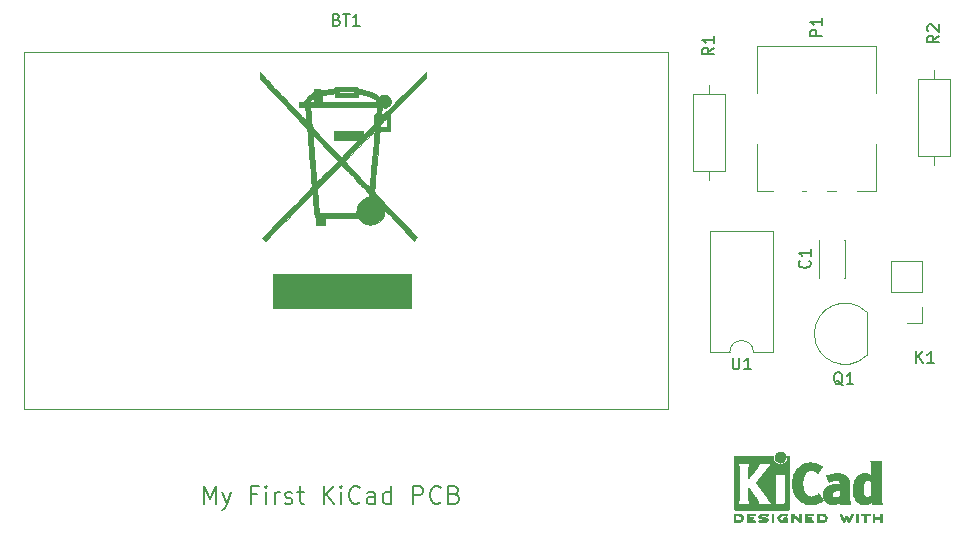
<source format=gbr>
%TF.GenerationSoftware,KiCad,Pcbnew,(6.0.5)*%
%TF.CreationDate,2022-06-08T19:36:40-04:00*%
%TF.ProjectId,first-pcb,66697273-742d-4706-9362-2e6b69636164,rev?*%
%TF.SameCoordinates,Original*%
%TF.FileFunction,Legend,Top*%
%TF.FilePolarity,Positive*%
%FSLAX46Y46*%
G04 Gerber Fmt 4.6, Leading zero omitted, Abs format (unit mm)*
G04 Created by KiCad (PCBNEW (6.0.5)) date 2022-06-08 19:36:40*
%MOMM*%
%LPD*%
G01*
G04 APERTURE LIST*
%ADD10C,0.150000*%
%ADD11C,0.010000*%
%ADD12C,0.120000*%
G04 APERTURE END LIST*
D10*
X99739999Y-119296571D02*
X99739999Y-117796571D01*
X100239999Y-118868000D01*
X100739999Y-117796571D01*
X100739999Y-119296571D01*
X101311428Y-118296571D02*
X101668571Y-119296571D01*
X102025714Y-118296571D02*
X101668571Y-119296571D01*
X101525714Y-119653714D01*
X101454285Y-119725142D01*
X101311428Y-119796571D01*
X104239999Y-118510857D02*
X103739999Y-118510857D01*
X103739999Y-119296571D02*
X103739999Y-117796571D01*
X104454285Y-117796571D01*
X105025714Y-119296571D02*
X105025714Y-118296571D01*
X105025714Y-117796571D02*
X104954285Y-117868000D01*
X105025714Y-117939428D01*
X105097142Y-117868000D01*
X105025714Y-117796571D01*
X105025714Y-117939428D01*
X105739999Y-119296571D02*
X105739999Y-118296571D01*
X105739999Y-118582285D02*
X105811428Y-118439428D01*
X105882857Y-118368000D01*
X106025714Y-118296571D01*
X106168571Y-118296571D01*
X106597142Y-119225142D02*
X106739999Y-119296571D01*
X107025714Y-119296571D01*
X107168571Y-119225142D01*
X107240000Y-119082285D01*
X107240000Y-119010857D01*
X107168571Y-118868000D01*
X107025714Y-118796571D01*
X106811428Y-118796571D01*
X106668571Y-118725142D01*
X106597142Y-118582285D01*
X106597142Y-118510857D01*
X106668571Y-118368000D01*
X106811428Y-118296571D01*
X107025714Y-118296571D01*
X107168571Y-118368000D01*
X107668571Y-118296571D02*
X108240000Y-118296571D01*
X107882857Y-117796571D02*
X107882857Y-119082285D01*
X107954285Y-119225142D01*
X108097142Y-119296571D01*
X108240000Y-119296571D01*
X109882857Y-119296571D02*
X109882857Y-117796571D01*
X110739999Y-119296571D02*
X110097142Y-118439428D01*
X110739999Y-117796571D02*
X109882857Y-118653714D01*
X111382857Y-119296571D02*
X111382857Y-118296571D01*
X111382857Y-117796571D02*
X111311428Y-117868000D01*
X111382857Y-117939428D01*
X111454285Y-117868000D01*
X111382857Y-117796571D01*
X111382857Y-117939428D01*
X112954285Y-119153714D02*
X112882857Y-119225142D01*
X112668571Y-119296571D01*
X112525714Y-119296571D01*
X112311428Y-119225142D01*
X112168571Y-119082285D01*
X112097142Y-118939428D01*
X112025714Y-118653714D01*
X112025714Y-118439428D01*
X112097142Y-118153714D01*
X112168571Y-118010857D01*
X112311428Y-117868000D01*
X112525714Y-117796571D01*
X112668571Y-117796571D01*
X112882857Y-117868000D01*
X112954285Y-117939428D01*
X114239999Y-119296571D02*
X114239999Y-118510857D01*
X114168571Y-118368000D01*
X114025714Y-118296571D01*
X113739999Y-118296571D01*
X113597142Y-118368000D01*
X114239999Y-119225142D02*
X114097142Y-119296571D01*
X113739999Y-119296571D01*
X113597142Y-119225142D01*
X113525714Y-119082285D01*
X113525714Y-118939428D01*
X113597142Y-118796571D01*
X113739999Y-118725142D01*
X114097142Y-118725142D01*
X114239999Y-118653714D01*
X115597142Y-119296571D02*
X115597142Y-117796571D01*
X115597142Y-119225142D02*
X115454285Y-119296571D01*
X115168571Y-119296571D01*
X115025714Y-119225142D01*
X114954285Y-119153714D01*
X114882857Y-119010857D01*
X114882857Y-118582285D01*
X114954285Y-118439428D01*
X115025714Y-118368000D01*
X115168571Y-118296571D01*
X115454285Y-118296571D01*
X115597142Y-118368000D01*
X117454285Y-119296571D02*
X117454285Y-117796571D01*
X118025714Y-117796571D01*
X118168571Y-117868000D01*
X118239999Y-117939428D01*
X118311428Y-118082285D01*
X118311428Y-118296571D01*
X118239999Y-118439428D01*
X118168571Y-118510857D01*
X118025714Y-118582285D01*
X117454285Y-118582285D01*
X119811428Y-119153714D02*
X119739999Y-119225142D01*
X119525714Y-119296571D01*
X119382857Y-119296571D01*
X119168571Y-119225142D01*
X119025714Y-119082285D01*
X118954285Y-118939428D01*
X118882857Y-118653714D01*
X118882857Y-118439428D01*
X118954285Y-118153714D01*
X119025714Y-118010857D01*
X119168571Y-117868000D01*
X119382857Y-117796571D01*
X119525714Y-117796571D01*
X119739999Y-117868000D01*
X119811428Y-117939428D01*
X120954285Y-118510857D02*
X121168571Y-118582285D01*
X121239999Y-118653714D01*
X121311428Y-118796571D01*
X121311428Y-119010857D01*
X121239999Y-119153714D01*
X121168571Y-119225142D01*
X121025714Y-119296571D01*
X120454285Y-119296571D01*
X120454285Y-117796571D01*
X120954285Y-117796571D01*
X121097142Y-117868000D01*
X121168571Y-117939428D01*
X121239999Y-118082285D01*
X121239999Y-118225142D01*
X121168571Y-118368000D01*
X121097142Y-118439428D01*
X120954285Y-118510857D01*
X120454285Y-118510857D01*
%TO.C,K1*%
X160043904Y-107386380D02*
X160043904Y-106386380D01*
X160615333Y-107386380D02*
X160186761Y-106814952D01*
X160615333Y-106386380D02*
X160043904Y-106957809D01*
X161567714Y-107386380D02*
X160996285Y-107386380D01*
X161282000Y-107386380D02*
X161282000Y-106386380D01*
X161186761Y-106529238D01*
X161091523Y-106624476D01*
X160996285Y-106672095D01*
%TO.C,BT1*%
X110994285Y-78298571D02*
X111137142Y-78346190D01*
X111184761Y-78393809D01*
X111232380Y-78489047D01*
X111232380Y-78631904D01*
X111184761Y-78727142D01*
X111137142Y-78774761D01*
X111041904Y-78822380D01*
X110660952Y-78822380D01*
X110660952Y-77822380D01*
X110994285Y-77822380D01*
X111089523Y-77870000D01*
X111137142Y-77917619D01*
X111184761Y-78012857D01*
X111184761Y-78108095D01*
X111137142Y-78203333D01*
X111089523Y-78250952D01*
X110994285Y-78298571D01*
X110660952Y-78298571D01*
X111518095Y-77822380D02*
X112089523Y-77822380D01*
X111803809Y-78822380D02*
X111803809Y-77822380D01*
X112946666Y-78822380D02*
X112375238Y-78822380D01*
X112660952Y-78822380D02*
X112660952Y-77822380D01*
X112565714Y-77965238D01*
X112470476Y-78060476D01*
X112375238Y-78108095D01*
%TO.C,C1*%
X151015142Y-98718666D02*
X151062761Y-98766285D01*
X151110380Y-98909142D01*
X151110380Y-99004380D01*
X151062761Y-99147238D01*
X150967523Y-99242476D01*
X150872285Y-99290095D01*
X150681809Y-99337714D01*
X150538952Y-99337714D01*
X150348476Y-99290095D01*
X150253238Y-99242476D01*
X150158000Y-99147238D01*
X150110380Y-99004380D01*
X150110380Y-98909142D01*
X150158000Y-98766285D01*
X150205619Y-98718666D01*
X151110380Y-97766285D02*
X151110380Y-98337714D01*
X151110380Y-98052000D02*
X150110380Y-98052000D01*
X150253238Y-98147238D01*
X150348476Y-98242476D01*
X150396095Y-98337714D01*
%TO.C,U1*%
X144516095Y-106928380D02*
X144516095Y-107737904D01*
X144563714Y-107833142D01*
X144611333Y-107880761D01*
X144706571Y-107928380D01*
X144897047Y-107928380D01*
X144992285Y-107880761D01*
X145039904Y-107833142D01*
X145087523Y-107737904D01*
X145087523Y-106928380D01*
X146087523Y-107928380D02*
X145516095Y-107928380D01*
X145801809Y-107928380D02*
X145801809Y-106928380D01*
X145706571Y-107071238D01*
X145611333Y-107166476D01*
X145516095Y-107214095D01*
%TO.C,Q1*%
X153828761Y-109259619D02*
X153733523Y-109212000D01*
X153638285Y-109116761D01*
X153495428Y-108973904D01*
X153400190Y-108926285D01*
X153304952Y-108926285D01*
X153352571Y-109164380D02*
X153257333Y-109116761D01*
X153162095Y-109021523D01*
X153114476Y-108831047D01*
X153114476Y-108497714D01*
X153162095Y-108307238D01*
X153257333Y-108212000D01*
X153352571Y-108164380D01*
X153543047Y-108164380D01*
X153638285Y-108212000D01*
X153733523Y-108307238D01*
X153781142Y-108497714D01*
X153781142Y-108831047D01*
X153733523Y-109021523D01*
X153638285Y-109116761D01*
X153543047Y-109164380D01*
X153352571Y-109164380D01*
X154733523Y-109164380D02*
X154162095Y-109164380D01*
X154447809Y-109164380D02*
X154447809Y-108164380D01*
X154352571Y-108307238D01*
X154257333Y-108402476D01*
X154162095Y-108450095D01*
%TO.C,P1*%
X152090380Y-79732095D02*
X151090380Y-79732095D01*
X151090380Y-79351142D01*
X151138000Y-79255904D01*
X151185619Y-79208285D01*
X151280857Y-79160666D01*
X151423714Y-79160666D01*
X151518952Y-79208285D01*
X151566571Y-79255904D01*
X151614190Y-79351142D01*
X151614190Y-79732095D01*
X152090380Y-78208285D02*
X152090380Y-78779714D01*
X152090380Y-78494000D02*
X151090380Y-78494000D01*
X151233238Y-78589238D01*
X151328476Y-78684476D01*
X151376095Y-78779714D01*
%TO.C,R2*%
X161996380Y-79668666D02*
X161520190Y-80002000D01*
X161996380Y-80240095D02*
X160996380Y-80240095D01*
X160996380Y-79859142D01*
X161044000Y-79763904D01*
X161091619Y-79716285D01*
X161186857Y-79668666D01*
X161329714Y-79668666D01*
X161424952Y-79716285D01*
X161472571Y-79763904D01*
X161520190Y-79859142D01*
X161520190Y-80240095D01*
X161091619Y-79287714D02*
X161044000Y-79240095D01*
X160996380Y-79144857D01*
X160996380Y-78906761D01*
X161044000Y-78811523D01*
X161091619Y-78763904D01*
X161186857Y-78716285D01*
X161282095Y-78716285D01*
X161424952Y-78763904D01*
X161996380Y-79335333D01*
X161996380Y-78716285D01*
%TO.C,R1*%
X142946380Y-80684666D02*
X142470190Y-81018000D01*
X142946380Y-81256095D02*
X141946380Y-81256095D01*
X141946380Y-80875142D01*
X141994000Y-80779904D01*
X142041619Y-80732285D01*
X142136857Y-80684666D01*
X142279714Y-80684666D01*
X142374952Y-80732285D01*
X142422571Y-80779904D01*
X142470190Y-80875142D01*
X142470190Y-81256095D01*
X142946380Y-79732285D02*
X142946380Y-80303714D01*
X142946380Y-80018000D02*
X141946380Y-80018000D01*
X142089238Y-80113238D01*
X142184476Y-80208476D01*
X142232095Y-80303714D01*
%TO.C,REF\u002A\u002A*%
G36*
X108838703Y-92503359D02*
G01*
X108875860Y-92444446D01*
X108884128Y-92417164D01*
X108880996Y-92357624D01*
X108871481Y-92222856D01*
X108856200Y-92020614D01*
X108835767Y-91758654D01*
X108810799Y-91444732D01*
X108781911Y-91086604D01*
X108749718Y-90692025D01*
X108714837Y-90268749D01*
X108686726Y-89930464D01*
X108527671Y-88023182D01*
X108936941Y-88023182D01*
X108938704Y-88064342D01*
X108946995Y-88180265D01*
X108961147Y-88362746D01*
X108980494Y-88603580D01*
X109004371Y-88894563D01*
X109032112Y-89227490D01*
X109063049Y-89594157D01*
X109092738Y-89942283D01*
X109126369Y-90337272D01*
X109157694Y-90710131D01*
X109185996Y-91051961D01*
X109210557Y-91353860D01*
X109230659Y-91606929D01*
X109245586Y-91802266D01*
X109254618Y-91930972D01*
X109257125Y-91980957D01*
X109261035Y-92012066D01*
X109276529Y-92024411D01*
X109309579Y-92012839D01*
X109366158Y-91972200D01*
X109452237Y-91897343D01*
X109573790Y-91783117D01*
X109736788Y-91624371D01*
X109947205Y-91415954D01*
X110170465Y-91193238D01*
X111083454Y-90280956D01*
X111077055Y-90274098D01*
X111680550Y-90274098D01*
X111708053Y-90311764D01*
X111785051Y-90400454D01*
X111903824Y-90532017D01*
X112056657Y-90698302D01*
X112235832Y-90891157D01*
X112433632Y-91102433D01*
X112642341Y-91323977D01*
X112854240Y-91547639D01*
X113061614Y-91765268D01*
X113256744Y-91968711D01*
X113431915Y-92149820D01*
X113579408Y-92300441D01*
X113691507Y-92412424D01*
X113760495Y-92477619D01*
X113779308Y-92490900D01*
X113785510Y-92448030D01*
X113798384Y-92329622D01*
X113817223Y-92143087D01*
X113841318Y-91895839D01*
X113869961Y-91595289D01*
X113902444Y-91248851D01*
X113938060Y-90863936D01*
X113976101Y-90447958D01*
X114006473Y-90112536D01*
X114045325Y-89677611D01*
X114081221Y-89267892D01*
X114113556Y-88890812D01*
X114141728Y-88553804D01*
X114165132Y-88264301D01*
X114183165Y-88029734D01*
X114195224Y-87857538D01*
X114200704Y-87755143D01*
X114200077Y-87728558D01*
X114167322Y-87752238D01*
X114083906Y-87828358D01*
X113957123Y-87949550D01*
X113794266Y-88108446D01*
X113602625Y-88297677D01*
X113389495Y-88509878D01*
X113162166Y-88737679D01*
X112927933Y-88973714D01*
X112694086Y-89210613D01*
X112467919Y-89441011D01*
X112256724Y-89657539D01*
X112067794Y-89852829D01*
X111908419Y-90019514D01*
X111785895Y-90150225D01*
X111707511Y-90237596D01*
X111680550Y-90274098D01*
X111077055Y-90274098D01*
X110743006Y-89916090D01*
X110569621Y-89730919D01*
X110375018Y-89524188D01*
X110166891Y-89303959D01*
X109952935Y-89078299D01*
X109740844Y-88855270D01*
X109538313Y-88642937D01*
X109353034Y-88449364D01*
X109192703Y-88282615D01*
X109065014Y-88150755D01*
X108977661Y-88061847D01*
X108938338Y-88023956D01*
X108936941Y-88023182D01*
X108527671Y-88023182D01*
X108487918Y-87546502D01*
X106499254Y-85455079D01*
X104510591Y-83363656D01*
X104512054Y-83071336D01*
X104513518Y-82779017D01*
X104834759Y-83122173D01*
X105014544Y-83313567D01*
X105226807Y-83538430D01*
X105465818Y-83790779D01*
X105725849Y-84064629D01*
X106001173Y-84353997D01*
X106286060Y-84652899D01*
X106574784Y-84955350D01*
X106861615Y-85255368D01*
X107140826Y-85546968D01*
X107406687Y-85824167D01*
X107653472Y-86080980D01*
X107875452Y-86311423D01*
X108066898Y-86509513D01*
X108222082Y-86669266D01*
X108335276Y-86784698D01*
X108400753Y-86849825D01*
X108415103Y-86862318D01*
X108416089Y-86818857D01*
X108410661Y-86707583D01*
X108399762Y-86543636D01*
X108384332Y-86342155D01*
X108377710Y-86261669D01*
X108328384Y-85672951D01*
X108714578Y-85672951D01*
X108734516Y-85766639D01*
X108744685Y-85840734D01*
X108758974Y-85980145D01*
X108775730Y-86167112D01*
X108793303Y-86383874D01*
X108799386Y-86464098D01*
X108817325Y-86694442D01*
X108835431Y-86908352D01*
X108851892Y-87085618D01*
X108864899Y-87206029D01*
X108867832Y-87227880D01*
X108878896Y-87272742D01*
X108902847Y-87325256D01*
X108944775Y-87391308D01*
X109009774Y-87476785D01*
X109102937Y-87587574D01*
X109229355Y-87729562D01*
X109394121Y-87908634D01*
X109602328Y-88130679D01*
X109859069Y-88401582D01*
X110120975Y-88676457D01*
X110381543Y-88948476D01*
X110624777Y-89200395D01*
X110844620Y-89426090D01*
X111035019Y-89619438D01*
X111189917Y-89774312D01*
X111303261Y-89884589D01*
X111368994Y-89944144D01*
X111383012Y-89953004D01*
X111419892Y-89920879D01*
X111506097Y-89837100D01*
X111633260Y-89710073D01*
X111793014Y-89548202D01*
X111976992Y-89359892D01*
X112110042Y-89222705D01*
X112804660Y-88504426D01*
X110756492Y-88504426D01*
X110756492Y-87713279D01*
X113254853Y-87713279D01*
X113254853Y-88065793D01*
X113712886Y-87609180D01*
X114037800Y-87285273D01*
X114670591Y-87285273D01*
X114676644Y-87336368D01*
X114707280Y-87364837D01*
X114781216Y-87377242D01*
X114917168Y-87380143D01*
X114941246Y-87380164D01*
X115211902Y-87380164D01*
X115211902Y-86653881D01*
X114941246Y-86922131D01*
X114788569Y-87085220D01*
X114697251Y-87210164D01*
X114670591Y-87285273D01*
X114037800Y-87285273D01*
X114170918Y-87152568D01*
X114170918Y-86745874D01*
X114172194Y-86558769D01*
X114178030Y-86439738D01*
X114191443Y-86373590D01*
X114215448Y-86345136D01*
X114251646Y-86339180D01*
X114291904Y-86330437D01*
X114321660Y-86295379D01*
X114344511Y-86220770D01*
X114364055Y-86093371D01*
X114383888Y-85899944D01*
X114390252Y-85829098D01*
X114404032Y-85672951D01*
X108714578Y-85672951D01*
X108328384Y-85672951D01*
X107800099Y-85672951D01*
X107800099Y-85298197D01*
X108024601Y-85298197D01*
X108155909Y-85294600D01*
X108227257Y-85277241D01*
X108235986Y-85266909D01*
X108695829Y-85266909D01*
X108720030Y-85290512D01*
X108803860Y-85297797D01*
X108860437Y-85298197D01*
X109049279Y-85298197D01*
X109753499Y-85298197D01*
X114437656Y-85298197D01*
X114279223Y-85135947D01*
X114033152Y-84935729D01*
X113728609Y-84781305D01*
X113360433Y-84670561D01*
X112994607Y-84609311D01*
X112755181Y-84580732D01*
X112755181Y-84881803D01*
X110839771Y-84881803D01*
X110839771Y-84548689D01*
X111172886Y-84548689D01*
X112422066Y-84548689D01*
X112422066Y-84340492D01*
X111172886Y-84340492D01*
X111172886Y-84548689D01*
X110839771Y-84548689D01*
X110839771Y-84540237D01*
X110558705Y-84568722D01*
X110362324Y-84592764D01*
X110153094Y-84624632D01*
X110027804Y-84647392D01*
X109777968Y-84697577D01*
X109765734Y-84997887D01*
X109753499Y-85298197D01*
X109049279Y-85298197D01*
X109049279Y-85131639D01*
X109043773Y-85027298D01*
X109030021Y-84969304D01*
X109024477Y-84965082D01*
X108962833Y-84991790D01*
X108872771Y-85056584D01*
X108782485Y-85136470D01*
X108720167Y-85208454D01*
X108714615Y-85217814D01*
X108695829Y-85266909D01*
X108235986Y-85266909D01*
X108261874Y-85236269D01*
X108275848Y-85191637D01*
X108332884Y-85075812D01*
X108442428Y-84936572D01*
X108585634Y-84793441D01*
X108743655Y-84665943D01*
X108847451Y-84599536D01*
X108965691Y-84526850D01*
X109026304Y-84465787D01*
X109047601Y-84393786D01*
X109049237Y-84350902D01*
X109049240Y-84340492D01*
X109049279Y-84215574D01*
X109399744Y-84215574D01*
X109560989Y-84219471D01*
X109686660Y-84229859D01*
X109756521Y-84244778D01*
X109764088Y-84250819D01*
X109808403Y-84260092D01*
X109916250Y-84256294D01*
X110069100Y-84240547D01*
X110173541Y-84226008D01*
X110362918Y-84197447D01*
X110536115Y-84171662D01*
X110666270Y-84152640D01*
X110704443Y-84147236D01*
X110804176Y-84116349D01*
X110839771Y-84067949D01*
X110850593Y-84048238D01*
X110889305Y-84033200D01*
X110965277Y-84022244D01*
X111087876Y-84014776D01*
X111266474Y-84010205D01*
X111510438Y-84007938D01*
X111797476Y-84007377D01*
X112103819Y-84007695D01*
X112336869Y-84009198D01*
X112506610Y-84012706D01*
X112623028Y-84019043D01*
X112696107Y-84029029D01*
X112735833Y-84043486D01*
X112752189Y-84063237D01*
X112755181Y-84086201D01*
X112780657Y-84159091D01*
X112864107Y-84200569D01*
X113016062Y-84215363D01*
X113043401Y-84215574D01*
X113300732Y-84242120D01*
X113593003Y-84315197D01*
X113893857Y-84424965D01*
X114176936Y-84561582D01*
X114415882Y-84715208D01*
X114446830Y-84739550D01*
X114547701Y-84818745D01*
X114607436Y-84850465D01*
X114649152Y-84840211D01*
X114691973Y-84797903D01*
X114818445Y-84715030D01*
X114983044Y-84683217D01*
X115160295Y-84699762D01*
X115324723Y-84761964D01*
X115450853Y-84867121D01*
X115459987Y-84879344D01*
X115554365Y-85075641D01*
X115571924Y-85278831D01*
X115514602Y-85472527D01*
X115384334Y-85640343D01*
X115368406Y-85654201D01*
X115275917Y-85720027D01*
X115182077Y-85749016D01*
X115050152Y-85751109D01*
X115017195Y-85749252D01*
X114888117Y-85744516D01*
X114821628Y-85755368D01*
X114797559Y-85788114D01*
X114795090Y-85818689D01*
X114790045Y-85907382D01*
X114777525Y-86040770D01*
X114768527Y-86120574D01*
X114755476Y-86247328D01*
X114760905Y-86312216D01*
X114792378Y-86335933D01*
X114848442Y-86339180D01*
X114881692Y-86328457D01*
X114935331Y-86293749D01*
X115013333Y-86231255D01*
X115119673Y-86137169D01*
X115258327Y-86007688D01*
X115433268Y-85839008D01*
X115648473Y-85627326D01*
X115907916Y-85368836D01*
X116215572Y-85059736D01*
X116575416Y-84696222D01*
X116748832Y-84520562D01*
X118543050Y-82701945D01*
X118540999Y-82990316D01*
X118538948Y-83278689D01*
X115547198Y-86318361D01*
X115546107Y-87015820D01*
X115545017Y-87713279D01*
X114634054Y-87713279D01*
X114610581Y-87890246D01*
X114601693Y-87970908D01*
X114586711Y-88122807D01*
X114566436Y-88336882D01*
X114541670Y-88604072D01*
X114513215Y-88915316D01*
X114481871Y-89261553D01*
X114448439Y-89633721D01*
X114413722Y-90022761D01*
X114378520Y-90419610D01*
X114343636Y-90815208D01*
X114309869Y-91200494D01*
X114278022Y-91566406D01*
X114248896Y-91903884D01*
X114223293Y-92203866D01*
X114202012Y-92457292D01*
X114185857Y-92655100D01*
X114175629Y-92788229D01*
X114172127Y-92847619D01*
X114172130Y-92847902D01*
X114197657Y-92895556D01*
X114274330Y-92993953D01*
X114403193Y-93144238D01*
X114585289Y-93347555D01*
X114821661Y-93605052D01*
X115113352Y-93917872D01*
X115461406Y-94287161D01*
X115866866Y-94714065D01*
X115980832Y-94833607D01*
X117788322Y-96728197D01*
X117642194Y-96873935D01*
X117496066Y-97019672D01*
X117259640Y-96762444D01*
X117173147Y-96669483D01*
X117038039Y-96525725D01*
X116863229Y-96340590D01*
X116657634Y-96123493D01*
X116430165Y-95883854D01*
X116189738Y-95631091D01*
X116045903Y-95480127D01*
X115775869Y-95197311D01*
X115557603Y-94970777D01*
X115385539Y-94796405D01*
X115254111Y-94670077D01*
X115157754Y-94587673D01*
X115090901Y-94545074D01*
X115047989Y-94538160D01*
X115023451Y-94562812D01*
X115011721Y-94614912D01*
X115007235Y-94690339D01*
X115006632Y-94710923D01*
X114975443Y-94852724D01*
X114898598Y-95024120D01*
X114791436Y-95198003D01*
X114669295Y-95347270D01*
X114620421Y-95393379D01*
X114369655Y-95554713D01*
X114076726Y-95644981D01*
X113817742Y-95666394D01*
X113524240Y-95626006D01*
X113253175Y-95507578D01*
X113013267Y-95315209D01*
X112969001Y-95267326D01*
X112807141Y-95083443D01*
X110006984Y-95083443D01*
X110006984Y-95666394D01*
X109257476Y-95666394D01*
X109257476Y-95394052D01*
X109248071Y-95208131D01*
X109216470Y-95079083D01*
X109178065Y-95008888D01*
X109150624Y-94958663D01*
X109127127Y-94885842D01*
X109106017Y-94779629D01*
X109085737Y-94629229D01*
X109064729Y-94423846D01*
X109041437Y-94152684D01*
X109025488Y-93950961D01*
X108952322Y-93005857D01*
X107156162Y-94825388D01*
X106831399Y-95154624D01*
X106519634Y-95471158D01*
X106226565Y-95769174D01*
X105957887Y-96042858D01*
X105719299Y-96286395D01*
X105516496Y-96493969D01*
X105355176Y-96659767D01*
X105241034Y-96777973D01*
X105179829Y-96842705D01*
X105079277Y-96945191D01*
X104995404Y-97016672D01*
X104950291Y-97040492D01*
X104892669Y-97012590D01*
X104808674Y-96942875D01*
X104780203Y-96914485D01*
X104659480Y-96788477D01*
X105324134Y-96113062D01*
X105493699Y-95941002D01*
X105712345Y-95719536D01*
X105970480Y-95458357D01*
X106258511Y-95167160D01*
X106566849Y-94855639D01*
X106885901Y-94533490D01*
X107206076Y-94210405D01*
X107435754Y-93978775D01*
X107784886Y-93625789D01*
X108078195Y-93326949D01*
X108319433Y-93078210D01*
X108512351Y-92875527D01*
X108660700Y-92714854D01*
X108734225Y-92630953D01*
X109324654Y-92630953D01*
X109398576Y-93576132D01*
X109420868Y-93853183D01*
X109442433Y-94106538D01*
X109462047Y-94322955D01*
X109478491Y-94489193D01*
X109490541Y-94592008D01*
X109494419Y-94615000D01*
X109516340Y-94708689D01*
X112660500Y-94708689D01*
X112681489Y-94447218D01*
X112744856Y-94138289D01*
X112877462Y-93865012D01*
X113070946Y-93637340D01*
X113316951Y-93465224D01*
X113593064Y-93361907D01*
X113682640Y-93313444D01*
X113727486Y-93209433D01*
X113728425Y-93204845D01*
X113733806Y-93160934D01*
X113727154Y-93115971D01*
X113701978Y-93061614D01*
X113651785Y-92989524D01*
X113570084Y-92891360D01*
X113450381Y-92758783D01*
X113286184Y-92583451D01*
X113071002Y-92357026D01*
X113057098Y-92342441D01*
X112825646Y-92099399D01*
X112579581Y-91840527D01*
X112335810Y-91583648D01*
X112111242Y-91346582D01*
X111922785Y-91147151D01*
X111880754Y-91102566D01*
X111719636Y-90934452D01*
X111576507Y-90790586D01*
X111461643Y-90680863D01*
X111385319Y-90615177D01*
X111359693Y-90600741D01*
X111321478Y-90630955D01*
X111232108Y-90713842D01*
X111098620Y-90842500D01*
X110928053Y-91010029D01*
X110727443Y-91209529D01*
X110503830Y-91434100D01*
X110321069Y-91619083D01*
X109324654Y-92630953D01*
X108734225Y-92630953D01*
X108768234Y-92592146D01*
X108838703Y-92503359D01*
G37*
D11*
X108838703Y-92503359D02*
X108875860Y-92444446D01*
X108884128Y-92417164D01*
X108880996Y-92357624D01*
X108871481Y-92222856D01*
X108856200Y-92020614D01*
X108835767Y-91758654D01*
X108810799Y-91444732D01*
X108781911Y-91086604D01*
X108749718Y-90692025D01*
X108714837Y-90268749D01*
X108686726Y-89930464D01*
X108527671Y-88023182D01*
X108936941Y-88023182D01*
X108938704Y-88064342D01*
X108946995Y-88180265D01*
X108961147Y-88362746D01*
X108980494Y-88603580D01*
X109004371Y-88894563D01*
X109032112Y-89227490D01*
X109063049Y-89594157D01*
X109092738Y-89942283D01*
X109126369Y-90337272D01*
X109157694Y-90710131D01*
X109185996Y-91051961D01*
X109210557Y-91353860D01*
X109230659Y-91606929D01*
X109245586Y-91802266D01*
X109254618Y-91930972D01*
X109257125Y-91980957D01*
X109261035Y-92012066D01*
X109276529Y-92024411D01*
X109309579Y-92012839D01*
X109366158Y-91972200D01*
X109452237Y-91897343D01*
X109573790Y-91783117D01*
X109736788Y-91624371D01*
X109947205Y-91415954D01*
X110170465Y-91193238D01*
X111083454Y-90280956D01*
X111077055Y-90274098D01*
X111680550Y-90274098D01*
X111708053Y-90311764D01*
X111785051Y-90400454D01*
X111903824Y-90532017D01*
X112056657Y-90698302D01*
X112235832Y-90891157D01*
X112433632Y-91102433D01*
X112642341Y-91323977D01*
X112854240Y-91547639D01*
X113061614Y-91765268D01*
X113256744Y-91968711D01*
X113431915Y-92149820D01*
X113579408Y-92300441D01*
X113691507Y-92412424D01*
X113760495Y-92477619D01*
X113779308Y-92490900D01*
X113785510Y-92448030D01*
X113798384Y-92329622D01*
X113817223Y-92143087D01*
X113841318Y-91895839D01*
X113869961Y-91595289D01*
X113902444Y-91248851D01*
X113938060Y-90863936D01*
X113976101Y-90447958D01*
X114006473Y-90112536D01*
X114045325Y-89677611D01*
X114081221Y-89267892D01*
X114113556Y-88890812D01*
X114141728Y-88553804D01*
X114165132Y-88264301D01*
X114183165Y-88029734D01*
X114195224Y-87857538D01*
X114200704Y-87755143D01*
X114200077Y-87728558D01*
X114167322Y-87752238D01*
X114083906Y-87828358D01*
X113957123Y-87949550D01*
X113794266Y-88108446D01*
X113602625Y-88297677D01*
X113389495Y-88509878D01*
X113162166Y-88737679D01*
X112927933Y-88973714D01*
X112694086Y-89210613D01*
X112467919Y-89441011D01*
X112256724Y-89657539D01*
X112067794Y-89852829D01*
X111908419Y-90019514D01*
X111785895Y-90150225D01*
X111707511Y-90237596D01*
X111680550Y-90274098D01*
X111077055Y-90274098D01*
X110743006Y-89916090D01*
X110569621Y-89730919D01*
X110375018Y-89524188D01*
X110166891Y-89303959D01*
X109952935Y-89078299D01*
X109740844Y-88855270D01*
X109538313Y-88642937D01*
X109353034Y-88449364D01*
X109192703Y-88282615D01*
X109065014Y-88150755D01*
X108977661Y-88061847D01*
X108938338Y-88023956D01*
X108936941Y-88023182D01*
X108527671Y-88023182D01*
X108487918Y-87546502D01*
X106499254Y-85455079D01*
X104510591Y-83363656D01*
X104512054Y-83071336D01*
X104513518Y-82779017D01*
X104834759Y-83122173D01*
X105014544Y-83313567D01*
X105226807Y-83538430D01*
X105465818Y-83790779D01*
X105725849Y-84064629D01*
X106001173Y-84353997D01*
X106286060Y-84652899D01*
X106574784Y-84955350D01*
X106861615Y-85255368D01*
X107140826Y-85546968D01*
X107406687Y-85824167D01*
X107653472Y-86080980D01*
X107875452Y-86311423D01*
X108066898Y-86509513D01*
X108222082Y-86669266D01*
X108335276Y-86784698D01*
X108400753Y-86849825D01*
X108415103Y-86862318D01*
X108416089Y-86818857D01*
X108410661Y-86707583D01*
X108399762Y-86543636D01*
X108384332Y-86342155D01*
X108377710Y-86261669D01*
X108328384Y-85672951D01*
X108714578Y-85672951D01*
X108734516Y-85766639D01*
X108744685Y-85840734D01*
X108758974Y-85980145D01*
X108775730Y-86167112D01*
X108793303Y-86383874D01*
X108799386Y-86464098D01*
X108817325Y-86694442D01*
X108835431Y-86908352D01*
X108851892Y-87085618D01*
X108864899Y-87206029D01*
X108867832Y-87227880D01*
X108878896Y-87272742D01*
X108902847Y-87325256D01*
X108944775Y-87391308D01*
X109009774Y-87476785D01*
X109102937Y-87587574D01*
X109229355Y-87729562D01*
X109394121Y-87908634D01*
X109602328Y-88130679D01*
X109859069Y-88401582D01*
X110120975Y-88676457D01*
X110381543Y-88948476D01*
X110624777Y-89200395D01*
X110844620Y-89426090D01*
X111035019Y-89619438D01*
X111189917Y-89774312D01*
X111303261Y-89884589D01*
X111368994Y-89944144D01*
X111383012Y-89953004D01*
X111419892Y-89920879D01*
X111506097Y-89837100D01*
X111633260Y-89710073D01*
X111793014Y-89548202D01*
X111976992Y-89359892D01*
X112110042Y-89222705D01*
X112804660Y-88504426D01*
X110756492Y-88504426D01*
X110756492Y-87713279D01*
X113254853Y-87713279D01*
X113254853Y-88065793D01*
X113712886Y-87609180D01*
X114037800Y-87285273D01*
X114670591Y-87285273D01*
X114676644Y-87336368D01*
X114707280Y-87364837D01*
X114781216Y-87377242D01*
X114917168Y-87380143D01*
X114941246Y-87380164D01*
X115211902Y-87380164D01*
X115211902Y-86653881D01*
X114941246Y-86922131D01*
X114788569Y-87085220D01*
X114697251Y-87210164D01*
X114670591Y-87285273D01*
X114037800Y-87285273D01*
X114170918Y-87152568D01*
X114170918Y-86745874D01*
X114172194Y-86558769D01*
X114178030Y-86439738D01*
X114191443Y-86373590D01*
X114215448Y-86345136D01*
X114251646Y-86339180D01*
X114291904Y-86330437D01*
X114321660Y-86295379D01*
X114344511Y-86220770D01*
X114364055Y-86093371D01*
X114383888Y-85899944D01*
X114390252Y-85829098D01*
X114404032Y-85672951D01*
X108714578Y-85672951D01*
X108328384Y-85672951D01*
X107800099Y-85672951D01*
X107800099Y-85298197D01*
X108024601Y-85298197D01*
X108155909Y-85294600D01*
X108227257Y-85277241D01*
X108235986Y-85266909D01*
X108695829Y-85266909D01*
X108720030Y-85290512D01*
X108803860Y-85297797D01*
X108860437Y-85298197D01*
X109049279Y-85298197D01*
X109753499Y-85298197D01*
X114437656Y-85298197D01*
X114279223Y-85135947D01*
X114033152Y-84935729D01*
X113728609Y-84781305D01*
X113360433Y-84670561D01*
X112994607Y-84609311D01*
X112755181Y-84580732D01*
X112755181Y-84881803D01*
X110839771Y-84881803D01*
X110839771Y-84548689D01*
X111172886Y-84548689D01*
X112422066Y-84548689D01*
X112422066Y-84340492D01*
X111172886Y-84340492D01*
X111172886Y-84548689D01*
X110839771Y-84548689D01*
X110839771Y-84540237D01*
X110558705Y-84568722D01*
X110362324Y-84592764D01*
X110153094Y-84624632D01*
X110027804Y-84647392D01*
X109777968Y-84697577D01*
X109765734Y-84997887D01*
X109753499Y-85298197D01*
X109049279Y-85298197D01*
X109049279Y-85131639D01*
X109043773Y-85027298D01*
X109030021Y-84969304D01*
X109024477Y-84965082D01*
X108962833Y-84991790D01*
X108872771Y-85056584D01*
X108782485Y-85136470D01*
X108720167Y-85208454D01*
X108714615Y-85217814D01*
X108695829Y-85266909D01*
X108235986Y-85266909D01*
X108261874Y-85236269D01*
X108275848Y-85191637D01*
X108332884Y-85075812D01*
X108442428Y-84936572D01*
X108585634Y-84793441D01*
X108743655Y-84665943D01*
X108847451Y-84599536D01*
X108965691Y-84526850D01*
X109026304Y-84465787D01*
X109047601Y-84393786D01*
X109049237Y-84350902D01*
X109049240Y-84340492D01*
X109049279Y-84215574D01*
X109399744Y-84215574D01*
X109560989Y-84219471D01*
X109686660Y-84229859D01*
X109756521Y-84244778D01*
X109764088Y-84250819D01*
X109808403Y-84260092D01*
X109916250Y-84256294D01*
X110069100Y-84240547D01*
X110173541Y-84226008D01*
X110362918Y-84197447D01*
X110536115Y-84171662D01*
X110666270Y-84152640D01*
X110704443Y-84147236D01*
X110804176Y-84116349D01*
X110839771Y-84067949D01*
X110850593Y-84048238D01*
X110889305Y-84033200D01*
X110965277Y-84022244D01*
X111087876Y-84014776D01*
X111266474Y-84010205D01*
X111510438Y-84007938D01*
X111797476Y-84007377D01*
X112103819Y-84007695D01*
X112336869Y-84009198D01*
X112506610Y-84012706D01*
X112623028Y-84019043D01*
X112696107Y-84029029D01*
X112735833Y-84043486D01*
X112752189Y-84063237D01*
X112755181Y-84086201D01*
X112780657Y-84159091D01*
X112864107Y-84200569D01*
X113016062Y-84215363D01*
X113043401Y-84215574D01*
X113300732Y-84242120D01*
X113593003Y-84315197D01*
X113893857Y-84424965D01*
X114176936Y-84561582D01*
X114415882Y-84715208D01*
X114446830Y-84739550D01*
X114547701Y-84818745D01*
X114607436Y-84850465D01*
X114649152Y-84840211D01*
X114691973Y-84797903D01*
X114818445Y-84715030D01*
X114983044Y-84683217D01*
X115160295Y-84699762D01*
X115324723Y-84761964D01*
X115450853Y-84867121D01*
X115459987Y-84879344D01*
X115554365Y-85075641D01*
X115571924Y-85278831D01*
X115514602Y-85472527D01*
X115384334Y-85640343D01*
X115368406Y-85654201D01*
X115275917Y-85720027D01*
X115182077Y-85749016D01*
X115050152Y-85751109D01*
X115017195Y-85749252D01*
X114888117Y-85744516D01*
X114821628Y-85755368D01*
X114797559Y-85788114D01*
X114795090Y-85818689D01*
X114790045Y-85907382D01*
X114777525Y-86040770D01*
X114768527Y-86120574D01*
X114755476Y-86247328D01*
X114760905Y-86312216D01*
X114792378Y-86335933D01*
X114848442Y-86339180D01*
X114881692Y-86328457D01*
X114935331Y-86293749D01*
X115013333Y-86231255D01*
X115119673Y-86137169D01*
X115258327Y-86007688D01*
X115433268Y-85839008D01*
X115648473Y-85627326D01*
X115907916Y-85368836D01*
X116215572Y-85059736D01*
X116575416Y-84696222D01*
X116748832Y-84520562D01*
X118543050Y-82701945D01*
X118540999Y-82990316D01*
X118538948Y-83278689D01*
X115547198Y-86318361D01*
X115546107Y-87015820D01*
X115545017Y-87713279D01*
X114634054Y-87713279D01*
X114610581Y-87890246D01*
X114601693Y-87970908D01*
X114586711Y-88122807D01*
X114566436Y-88336882D01*
X114541670Y-88604072D01*
X114513215Y-88915316D01*
X114481871Y-89261553D01*
X114448439Y-89633721D01*
X114413722Y-90022761D01*
X114378520Y-90419610D01*
X114343636Y-90815208D01*
X114309869Y-91200494D01*
X114278022Y-91566406D01*
X114248896Y-91903884D01*
X114223293Y-92203866D01*
X114202012Y-92457292D01*
X114185857Y-92655100D01*
X114175629Y-92788229D01*
X114172127Y-92847619D01*
X114172130Y-92847902D01*
X114197657Y-92895556D01*
X114274330Y-92993953D01*
X114403193Y-93144238D01*
X114585289Y-93347555D01*
X114821661Y-93605052D01*
X115113352Y-93917872D01*
X115461406Y-94287161D01*
X115866866Y-94714065D01*
X115980832Y-94833607D01*
X117788322Y-96728197D01*
X117642194Y-96873935D01*
X117496066Y-97019672D01*
X117259640Y-96762444D01*
X117173147Y-96669483D01*
X117038039Y-96525725D01*
X116863229Y-96340590D01*
X116657634Y-96123493D01*
X116430165Y-95883854D01*
X116189738Y-95631091D01*
X116045903Y-95480127D01*
X115775869Y-95197311D01*
X115557603Y-94970777D01*
X115385539Y-94796405D01*
X115254111Y-94670077D01*
X115157754Y-94587673D01*
X115090901Y-94545074D01*
X115047989Y-94538160D01*
X115023451Y-94562812D01*
X115011721Y-94614912D01*
X115007235Y-94690339D01*
X115006632Y-94710923D01*
X114975443Y-94852724D01*
X114898598Y-95024120D01*
X114791436Y-95198003D01*
X114669295Y-95347270D01*
X114620421Y-95393379D01*
X114369655Y-95554713D01*
X114076726Y-95644981D01*
X113817742Y-95666394D01*
X113524240Y-95626006D01*
X113253175Y-95507578D01*
X113013267Y-95315209D01*
X112969001Y-95267326D01*
X112807141Y-95083443D01*
X110006984Y-95083443D01*
X110006984Y-95666394D01*
X109257476Y-95666394D01*
X109257476Y-95394052D01*
X109248071Y-95208131D01*
X109216470Y-95079083D01*
X109178065Y-95008888D01*
X109150624Y-94958663D01*
X109127127Y-94885842D01*
X109106017Y-94779629D01*
X109085737Y-94629229D01*
X109064729Y-94423846D01*
X109041437Y-94152684D01*
X109025488Y-93950961D01*
X108952322Y-93005857D01*
X107156162Y-94825388D01*
X106831399Y-95154624D01*
X106519634Y-95471158D01*
X106226565Y-95769174D01*
X105957887Y-96042858D01*
X105719299Y-96286395D01*
X105516496Y-96493969D01*
X105355176Y-96659767D01*
X105241034Y-96777973D01*
X105179829Y-96842705D01*
X105079277Y-96945191D01*
X104995404Y-97016672D01*
X104950291Y-97040492D01*
X104892669Y-97012590D01*
X104808674Y-96942875D01*
X104780203Y-96914485D01*
X104659480Y-96788477D01*
X105324134Y-96113062D01*
X105493699Y-95941002D01*
X105712345Y-95719536D01*
X105970480Y-95458357D01*
X106258511Y-95167160D01*
X106566849Y-94855639D01*
X106885901Y-94533490D01*
X107206076Y-94210405D01*
X107435754Y-93978775D01*
X107784886Y-93625789D01*
X108078195Y-93326949D01*
X108319433Y-93078210D01*
X108512351Y-92875527D01*
X108660700Y-92714854D01*
X108734225Y-92630953D01*
X109324654Y-92630953D01*
X109398576Y-93576132D01*
X109420868Y-93853183D01*
X109442433Y-94106538D01*
X109462047Y-94322955D01*
X109478491Y-94489193D01*
X109490541Y-94592008D01*
X109494419Y-94615000D01*
X109516340Y-94708689D01*
X112660500Y-94708689D01*
X112681489Y-94447218D01*
X112744856Y-94138289D01*
X112877462Y-93865012D01*
X113070946Y-93637340D01*
X113316951Y-93465224D01*
X113593064Y-93361907D01*
X113682640Y-93313444D01*
X113727486Y-93209433D01*
X113728425Y-93204845D01*
X113733806Y-93160934D01*
X113727154Y-93115971D01*
X113701978Y-93061614D01*
X113651785Y-92989524D01*
X113570084Y-92891360D01*
X113450381Y-92758783D01*
X113286184Y-92583451D01*
X113071002Y-92357026D01*
X113057098Y-92342441D01*
X112825646Y-92099399D01*
X112579581Y-91840527D01*
X112335810Y-91583648D01*
X112111242Y-91346582D01*
X111922785Y-91147151D01*
X111880754Y-91102566D01*
X111719636Y-90934452D01*
X111576507Y-90790586D01*
X111461643Y-90680863D01*
X111385319Y-90615177D01*
X111359693Y-90600741D01*
X111321478Y-90630955D01*
X111232108Y-90713842D01*
X111098620Y-90842500D01*
X110928053Y-91010029D01*
X110727443Y-91209529D01*
X110503830Y-91434100D01*
X110321069Y-91619083D01*
X109324654Y-92630953D01*
X108734225Y-92630953D01*
X108768234Y-92592146D01*
X108838703Y-92503359D01*
G36*
X117293869Y-102703443D02*
G01*
X105634853Y-102703443D01*
X105634853Y-99830328D01*
X117293869Y-99830328D01*
X117293869Y-102703443D01*
G37*
X117293869Y-102703443D02*
X105634853Y-102703443D01*
X105634853Y-99830328D01*
X117293869Y-99830328D01*
X117293869Y-102703443D01*
G36*
X154719802Y-117690059D02*
G01*
X154755786Y-117511332D01*
X154805759Y-117349845D01*
X154869668Y-117205726D01*
X154947462Y-117079106D01*
X155039089Y-116970115D01*
X155144497Y-116878883D01*
X155189662Y-116847932D01*
X155290611Y-116791785D01*
X155393901Y-116752174D01*
X155503989Y-116728014D01*
X155625330Y-116718219D01*
X155717836Y-116719265D01*
X155847490Y-116730231D01*
X155960084Y-116752046D01*
X156058875Y-116785714D01*
X156147121Y-116832236D01*
X156195986Y-116866448D01*
X156225353Y-116888362D01*
X156247043Y-116903333D01*
X156255253Y-116907733D01*
X156256868Y-116896904D01*
X156258159Y-116866251D01*
X156259138Y-116818526D01*
X156259817Y-116756479D01*
X156260210Y-116682862D01*
X156260330Y-116600427D01*
X156260188Y-116511925D01*
X156259797Y-116420107D01*
X156259171Y-116327724D01*
X156258320Y-116237528D01*
X156257260Y-116152271D01*
X156256001Y-116074703D01*
X156254556Y-116007576D01*
X156252938Y-115953641D01*
X156251161Y-115915650D01*
X156250669Y-115908667D01*
X156243092Y-115838251D01*
X156231531Y-115783102D01*
X156213792Y-115735981D01*
X156187682Y-115689647D01*
X156181415Y-115680067D01*
X156156983Y-115643378D01*
X157062311Y-115643378D01*
X157062507Y-117328245D01*
X157062526Y-117562662D01*
X157062552Y-117775603D01*
X157062625Y-117968168D01*
X157062782Y-118141459D01*
X157063064Y-118296576D01*
X157063509Y-118434620D01*
X157064156Y-118556692D01*
X157065045Y-118663894D01*
X157066213Y-118757326D01*
X157067701Y-118838090D01*
X157069546Y-118907286D01*
X157071789Y-118966015D01*
X157074469Y-119015379D01*
X157077623Y-119056478D01*
X157081292Y-119090413D01*
X157085513Y-119118286D01*
X157090327Y-119141198D01*
X157095773Y-119160249D01*
X157101888Y-119176540D01*
X157108712Y-119191173D01*
X157116285Y-119205249D01*
X157124645Y-119219868D01*
X157129839Y-119228974D01*
X157164104Y-119289689D01*
X156305955Y-119289689D01*
X156305955Y-119193733D01*
X156305224Y-119150370D01*
X156303272Y-119117205D01*
X156300463Y-119099424D01*
X156299221Y-119097778D01*
X156287799Y-119104662D01*
X156265084Y-119122505D01*
X156242385Y-119141879D01*
X156187800Y-119182614D01*
X156118321Y-119223617D01*
X156041270Y-119261123D01*
X155963965Y-119291364D01*
X155933113Y-119301012D01*
X155864616Y-119315578D01*
X155781764Y-119325539D01*
X155692371Y-119330583D01*
X155604248Y-119330396D01*
X155525207Y-119324666D01*
X155487511Y-119318858D01*
X155349414Y-119280797D01*
X155222113Y-119223073D01*
X155106292Y-119146211D01*
X155002637Y-119050739D01*
X154911833Y-118937179D01*
X154845031Y-118826381D01*
X154790164Y-118709625D01*
X154748163Y-118590276D01*
X154718167Y-118464283D01*
X154699311Y-118327594D01*
X154690732Y-118176158D01*
X154690006Y-118098711D01*
X154692100Y-118041934D01*
X155521217Y-118041934D01*
X155521424Y-118135002D01*
X155524337Y-118222692D01*
X155530000Y-118299772D01*
X155538455Y-118361009D01*
X155541038Y-118373350D01*
X155572840Y-118480633D01*
X155614498Y-118567658D01*
X155666363Y-118634642D01*
X155728781Y-118681805D01*
X155802100Y-118709365D01*
X155886669Y-118717541D01*
X155982835Y-118706551D01*
X156046311Y-118690829D01*
X156095454Y-118672639D01*
X156149583Y-118646791D01*
X156190244Y-118623089D01*
X156260800Y-118576721D01*
X156260800Y-117426530D01*
X156193392Y-117382962D01*
X156114867Y-117342040D01*
X156030681Y-117315389D01*
X155945557Y-117303465D01*
X155864216Y-117306722D01*
X155791380Y-117325615D01*
X155759426Y-117341184D01*
X155701501Y-117384181D01*
X155652544Y-117440953D01*
X155611390Y-117513575D01*
X155576874Y-117604121D01*
X155547833Y-117714666D01*
X155546552Y-117720533D01*
X155536381Y-117782788D01*
X155528739Y-117860594D01*
X155523670Y-117948720D01*
X155521217Y-118041934D01*
X154692100Y-118041934D01*
X154697857Y-117885895D01*
X154719802Y-117690059D01*
G37*
X154719802Y-117690059D02*
X154755786Y-117511332D01*
X154805759Y-117349845D01*
X154869668Y-117205726D01*
X154947462Y-117079106D01*
X155039089Y-116970115D01*
X155144497Y-116878883D01*
X155189662Y-116847932D01*
X155290611Y-116791785D01*
X155393901Y-116752174D01*
X155503989Y-116728014D01*
X155625330Y-116718219D01*
X155717836Y-116719265D01*
X155847490Y-116730231D01*
X155960084Y-116752046D01*
X156058875Y-116785714D01*
X156147121Y-116832236D01*
X156195986Y-116866448D01*
X156225353Y-116888362D01*
X156247043Y-116903333D01*
X156255253Y-116907733D01*
X156256868Y-116896904D01*
X156258159Y-116866251D01*
X156259138Y-116818526D01*
X156259817Y-116756479D01*
X156260210Y-116682862D01*
X156260330Y-116600427D01*
X156260188Y-116511925D01*
X156259797Y-116420107D01*
X156259171Y-116327724D01*
X156258320Y-116237528D01*
X156257260Y-116152271D01*
X156256001Y-116074703D01*
X156254556Y-116007576D01*
X156252938Y-115953641D01*
X156251161Y-115915650D01*
X156250669Y-115908667D01*
X156243092Y-115838251D01*
X156231531Y-115783102D01*
X156213792Y-115735981D01*
X156187682Y-115689647D01*
X156181415Y-115680067D01*
X156156983Y-115643378D01*
X157062311Y-115643378D01*
X157062507Y-117328245D01*
X157062526Y-117562662D01*
X157062552Y-117775603D01*
X157062625Y-117968168D01*
X157062782Y-118141459D01*
X157063064Y-118296576D01*
X157063509Y-118434620D01*
X157064156Y-118556692D01*
X157065045Y-118663894D01*
X157066213Y-118757326D01*
X157067701Y-118838090D01*
X157069546Y-118907286D01*
X157071789Y-118966015D01*
X157074469Y-119015379D01*
X157077623Y-119056478D01*
X157081292Y-119090413D01*
X157085513Y-119118286D01*
X157090327Y-119141198D01*
X157095773Y-119160249D01*
X157101888Y-119176540D01*
X157108712Y-119191173D01*
X157116285Y-119205249D01*
X157124645Y-119219868D01*
X157129839Y-119228974D01*
X157164104Y-119289689D01*
X156305955Y-119289689D01*
X156305955Y-119193733D01*
X156305224Y-119150370D01*
X156303272Y-119117205D01*
X156300463Y-119099424D01*
X156299221Y-119097778D01*
X156287799Y-119104662D01*
X156265084Y-119122505D01*
X156242385Y-119141879D01*
X156187800Y-119182614D01*
X156118321Y-119223617D01*
X156041270Y-119261123D01*
X155963965Y-119291364D01*
X155933113Y-119301012D01*
X155864616Y-119315578D01*
X155781764Y-119325539D01*
X155692371Y-119330583D01*
X155604248Y-119330396D01*
X155525207Y-119324666D01*
X155487511Y-119318858D01*
X155349414Y-119280797D01*
X155222113Y-119223073D01*
X155106292Y-119146211D01*
X155002637Y-119050739D01*
X154911833Y-118937179D01*
X154845031Y-118826381D01*
X154790164Y-118709625D01*
X154748163Y-118590276D01*
X154718167Y-118464283D01*
X154699311Y-118327594D01*
X154690732Y-118176158D01*
X154690006Y-118098711D01*
X154692100Y-118041934D01*
X155521217Y-118041934D01*
X155521424Y-118135002D01*
X155524337Y-118222692D01*
X155530000Y-118299772D01*
X155538455Y-118361009D01*
X155541038Y-118373350D01*
X155572840Y-118480633D01*
X155614498Y-118567658D01*
X155666363Y-118634642D01*
X155728781Y-118681805D01*
X155802100Y-118709365D01*
X155886669Y-118717541D01*
X155982835Y-118706551D01*
X156046311Y-118690829D01*
X156095454Y-118672639D01*
X156149583Y-118646791D01*
X156190244Y-118623089D01*
X156260800Y-118576721D01*
X156260800Y-117426530D01*
X156193392Y-117382962D01*
X156114867Y-117342040D01*
X156030681Y-117315389D01*
X155945557Y-117303465D01*
X155864216Y-117306722D01*
X155791380Y-117325615D01*
X155759426Y-117341184D01*
X155701501Y-117384181D01*
X155652544Y-117440953D01*
X155611390Y-117513575D01*
X155576874Y-117604121D01*
X155547833Y-117714666D01*
X155546552Y-117720533D01*
X155536381Y-117782788D01*
X155528739Y-117860594D01*
X155523670Y-117948720D01*
X155521217Y-118041934D01*
X154692100Y-118041934D01*
X154697857Y-117885895D01*
X154719802Y-117690059D01*
G36*
X155839065Y-120125163D02*
G01*
X155917772Y-120125542D01*
X155978863Y-120126333D01*
X156024817Y-120127670D01*
X156058114Y-120129683D01*
X156081236Y-120132506D01*
X156096662Y-120136269D01*
X156106871Y-120141105D01*
X156111813Y-120144822D01*
X156137457Y-120177358D01*
X156140559Y-120211138D01*
X156124711Y-120241826D01*
X156114348Y-120254089D01*
X156103196Y-120262450D01*
X156087035Y-120267657D01*
X156061642Y-120270457D01*
X156022798Y-120271596D01*
X155966280Y-120271821D01*
X155955180Y-120271822D01*
X155809244Y-120271822D01*
X155809244Y-120542756D01*
X155809148Y-120628154D01*
X155808711Y-120693864D01*
X155807712Y-120742774D01*
X155805928Y-120777773D01*
X155803137Y-120801749D01*
X155799117Y-120817593D01*
X155793645Y-120828191D01*
X155786666Y-120836267D01*
X155753734Y-120856112D01*
X155719354Y-120854548D01*
X155688176Y-120831906D01*
X155685886Y-120829100D01*
X155678429Y-120818492D01*
X155672747Y-120806081D01*
X155668601Y-120788850D01*
X155665750Y-120763784D01*
X155663954Y-120727867D01*
X155662972Y-120678083D01*
X155662564Y-120611417D01*
X155662489Y-120535589D01*
X155662489Y-120271822D01*
X155523127Y-120271822D01*
X155463322Y-120271418D01*
X155421918Y-120269840D01*
X155394748Y-120266547D01*
X155377646Y-120260992D01*
X155366443Y-120252631D01*
X155365083Y-120251178D01*
X155348725Y-120217939D01*
X155350172Y-120180362D01*
X155368978Y-120147645D01*
X155376250Y-120141298D01*
X155385627Y-120136266D01*
X155399609Y-120132396D01*
X155420696Y-120129537D01*
X155451389Y-120127535D01*
X155494189Y-120126239D01*
X155551595Y-120125498D01*
X155626110Y-120125158D01*
X155720233Y-120125068D01*
X155740260Y-120125067D01*
X155839065Y-120125163D01*
G37*
X155839065Y-120125163D02*
X155917772Y-120125542D01*
X155978863Y-120126333D01*
X156024817Y-120127670D01*
X156058114Y-120129683D01*
X156081236Y-120132506D01*
X156096662Y-120136269D01*
X156106871Y-120141105D01*
X156111813Y-120144822D01*
X156137457Y-120177358D01*
X156140559Y-120211138D01*
X156124711Y-120241826D01*
X156114348Y-120254089D01*
X156103196Y-120262450D01*
X156087035Y-120267657D01*
X156061642Y-120270457D01*
X156022798Y-120271596D01*
X155966280Y-120271821D01*
X155955180Y-120271822D01*
X155809244Y-120271822D01*
X155809244Y-120542756D01*
X155809148Y-120628154D01*
X155808711Y-120693864D01*
X155807712Y-120742774D01*
X155805928Y-120777773D01*
X155803137Y-120801749D01*
X155799117Y-120817593D01*
X155793645Y-120828191D01*
X155786666Y-120836267D01*
X155753734Y-120856112D01*
X155719354Y-120854548D01*
X155688176Y-120831906D01*
X155685886Y-120829100D01*
X155678429Y-120818492D01*
X155672747Y-120806081D01*
X155668601Y-120788850D01*
X155665750Y-120763784D01*
X155663954Y-120727867D01*
X155662972Y-120678083D01*
X155662564Y-120611417D01*
X155662489Y-120535589D01*
X155662489Y-120271822D01*
X155523127Y-120271822D01*
X155463322Y-120271418D01*
X155421918Y-120269840D01*
X155394748Y-120266547D01*
X155377646Y-120260992D01*
X155366443Y-120252631D01*
X155365083Y-120251178D01*
X155348725Y-120217939D01*
X155350172Y-120180362D01*
X155368978Y-120147645D01*
X155376250Y-120141298D01*
X155385627Y-120136266D01*
X155399609Y-120132396D01*
X155420696Y-120129537D01*
X155451389Y-120127535D01*
X155494189Y-120126239D01*
X155551595Y-120125498D01*
X155626110Y-120125158D01*
X155720233Y-120125068D01*
X155740260Y-120125067D01*
X155839065Y-120125163D01*
G36*
X144605002Y-120201055D02*
G01*
X144613170Y-120167778D01*
X144626444Y-120145759D01*
X144646026Y-120132739D01*
X144673117Y-120126457D01*
X144708918Y-120124653D01*
X144754629Y-120125066D01*
X144794111Y-120125467D01*
X144909800Y-120128259D01*
X145006689Y-120136550D01*
X145088081Y-120151232D01*
X145157277Y-120173193D01*
X145217580Y-120203322D01*
X145272292Y-120242510D01*
X145291833Y-120259532D01*
X145324250Y-120299363D01*
X145353480Y-120353413D01*
X145376009Y-120413323D01*
X145388321Y-120470739D01*
X145389600Y-120491956D01*
X145381583Y-120550769D01*
X145360101Y-120615013D01*
X145329001Y-120675821D01*
X145292134Y-120724330D01*
X145286146Y-120730182D01*
X145235421Y-120771321D01*
X145179875Y-120803435D01*
X145116304Y-120827365D01*
X145041506Y-120843953D01*
X144952278Y-120854041D01*
X144845418Y-120858469D01*
X144796472Y-120858845D01*
X144734238Y-120858545D01*
X144690472Y-120857292D01*
X144661069Y-120854554D01*
X144641921Y-120849801D01*
X144628923Y-120842501D01*
X144621955Y-120836267D01*
X144615374Y-120828694D01*
X144610212Y-120818924D01*
X144606297Y-120804340D01*
X144603457Y-120782326D01*
X144601520Y-120750264D01*
X144600492Y-120712089D01*
X144746133Y-120712089D01*
X144839266Y-120712004D01*
X144895307Y-120710396D01*
X144954001Y-120706256D01*
X145002972Y-120700464D01*
X145004462Y-120700226D01*
X145083608Y-120681090D01*
X145144998Y-120651287D01*
X145191695Y-120608878D01*
X145221365Y-120562961D01*
X145239647Y-120512026D01*
X145238229Y-120464200D01*
X145217012Y-120412933D01*
X145175511Y-120359899D01*
X145118002Y-120320600D01*
X145043250Y-120294331D01*
X144993292Y-120285035D01*
X144936584Y-120278507D01*
X144876481Y-120273782D01*
X144825361Y-120271817D01*
X144822333Y-120271808D01*
X144746133Y-120271822D01*
X144746133Y-120712089D01*
X144600492Y-120712089D01*
X144600316Y-120705536D01*
X144599672Y-120645526D01*
X144599417Y-120567617D01*
X144599378Y-120491956D01*
X144599130Y-120391041D01*
X144599183Y-120310427D01*
X144600143Y-120271822D01*
X144600740Y-120247851D01*
X144605002Y-120201055D01*
G37*
X144605002Y-120201055D02*
X144613170Y-120167778D01*
X144626444Y-120145759D01*
X144646026Y-120132739D01*
X144673117Y-120126457D01*
X144708918Y-120124653D01*
X144754629Y-120125066D01*
X144794111Y-120125467D01*
X144909800Y-120128259D01*
X145006689Y-120136550D01*
X145088081Y-120151232D01*
X145157277Y-120173193D01*
X145217580Y-120203322D01*
X145272292Y-120242510D01*
X145291833Y-120259532D01*
X145324250Y-120299363D01*
X145353480Y-120353413D01*
X145376009Y-120413323D01*
X145388321Y-120470739D01*
X145389600Y-120491956D01*
X145381583Y-120550769D01*
X145360101Y-120615013D01*
X145329001Y-120675821D01*
X145292134Y-120724330D01*
X145286146Y-120730182D01*
X145235421Y-120771321D01*
X145179875Y-120803435D01*
X145116304Y-120827365D01*
X145041506Y-120843953D01*
X144952278Y-120854041D01*
X144845418Y-120858469D01*
X144796472Y-120858845D01*
X144734238Y-120858545D01*
X144690472Y-120857292D01*
X144661069Y-120854554D01*
X144641921Y-120849801D01*
X144628923Y-120842501D01*
X144621955Y-120836267D01*
X144615374Y-120828694D01*
X144610212Y-120818924D01*
X144606297Y-120804340D01*
X144603457Y-120782326D01*
X144601520Y-120750264D01*
X144600492Y-120712089D01*
X144746133Y-120712089D01*
X144839266Y-120712004D01*
X144895307Y-120710396D01*
X144954001Y-120706256D01*
X145002972Y-120700464D01*
X145004462Y-120700226D01*
X145083608Y-120681090D01*
X145144998Y-120651287D01*
X145191695Y-120608878D01*
X145221365Y-120562961D01*
X145239647Y-120512026D01*
X145238229Y-120464200D01*
X145217012Y-120412933D01*
X145175511Y-120359899D01*
X145118002Y-120320600D01*
X145043250Y-120294331D01*
X144993292Y-120285035D01*
X144936584Y-120278507D01*
X144876481Y-120273782D01*
X144825361Y-120271817D01*
X144822333Y-120271808D01*
X144746133Y-120271822D01*
X144746133Y-120712089D01*
X144600492Y-120712089D01*
X144600316Y-120705536D01*
X144599672Y-120645526D01*
X144599417Y-120567617D01*
X144599378Y-120491956D01*
X144599130Y-120391041D01*
X144599183Y-120310427D01*
X144600143Y-120271822D01*
X144600740Y-120247851D01*
X144605002Y-120201055D01*
G36*
X154620665Y-120127034D02*
G01*
X154640255Y-120134035D01*
X154641010Y-120134377D01*
X154667613Y-120154678D01*
X154682270Y-120175561D01*
X154685138Y-120185352D01*
X154684996Y-120198361D01*
X154680961Y-120216895D01*
X154672146Y-120243257D01*
X154657669Y-120279752D01*
X154636645Y-120328687D01*
X154608188Y-120392365D01*
X154571415Y-120473093D01*
X154551175Y-120517216D01*
X154514625Y-120595985D01*
X154480315Y-120668423D01*
X154449552Y-120731880D01*
X154423648Y-120783708D01*
X154403910Y-120821259D01*
X154391650Y-120841884D01*
X154389224Y-120844733D01*
X154358183Y-120857302D01*
X154323121Y-120855619D01*
X154295000Y-120840332D01*
X154293854Y-120839089D01*
X154282668Y-120822154D01*
X154263904Y-120789170D01*
X154239875Y-120744380D01*
X154212897Y-120692032D01*
X154203201Y-120672742D01*
X154130014Y-120526150D01*
X154050240Y-120685393D01*
X154021767Y-120740415D01*
X153995350Y-120788132D01*
X153973148Y-120824893D01*
X153957319Y-120847044D01*
X153951954Y-120851741D01*
X153910257Y-120858102D01*
X153875849Y-120844733D01*
X153865728Y-120830446D01*
X153848214Y-120798692D01*
X153824735Y-120752597D01*
X153796720Y-120695285D01*
X153765599Y-120629880D01*
X153732799Y-120559507D01*
X153699750Y-120487291D01*
X153667881Y-120416355D01*
X153638619Y-120349825D01*
X153613395Y-120290826D01*
X153593636Y-120242481D01*
X153580772Y-120207915D01*
X153576231Y-120190253D01*
X153576277Y-120189613D01*
X153587326Y-120167388D01*
X153609410Y-120144753D01*
X153610710Y-120143768D01*
X153637853Y-120128425D01*
X153662958Y-120128574D01*
X153672368Y-120131466D01*
X153683834Y-120137718D01*
X153696010Y-120150014D01*
X153710357Y-120170908D01*
X153728336Y-120202949D01*
X153751407Y-120248688D01*
X153781030Y-120310677D01*
X153807745Y-120367898D01*
X153838480Y-120434226D01*
X153866021Y-120493874D01*
X153888938Y-120543725D01*
X153905798Y-120580664D01*
X153915173Y-120601573D01*
X153916540Y-120604845D01*
X153922689Y-120599497D01*
X153936822Y-120577109D01*
X153957057Y-120540946D01*
X153981515Y-120494277D01*
X153991248Y-120475022D01*
X154024217Y-120410004D01*
X154049643Y-120362654D01*
X154069612Y-120330219D01*
X154086210Y-120309946D01*
X154101524Y-120299082D01*
X154117640Y-120294875D01*
X154128143Y-120294400D01*
X154146670Y-120296042D01*
X154162904Y-120302831D01*
X154179035Y-120317566D01*
X154197251Y-120343044D01*
X154219739Y-120382061D01*
X154248689Y-120437414D01*
X154264662Y-120468903D01*
X154290570Y-120519087D01*
X154313167Y-120560704D01*
X154330458Y-120590242D01*
X154340450Y-120604189D01*
X154341809Y-120604770D01*
X154348261Y-120593793D01*
X154362708Y-120565290D01*
X154383703Y-120522244D01*
X154409797Y-120467638D01*
X154439546Y-120404454D01*
X154454180Y-120373071D01*
X154492250Y-120292078D01*
X154522905Y-120229756D01*
X154547737Y-120184071D01*
X154568337Y-120152989D01*
X154586298Y-120134478D01*
X154603210Y-120126504D01*
X154620665Y-120127034D01*
G37*
X154620665Y-120127034D02*
X154640255Y-120134035D01*
X154641010Y-120134377D01*
X154667613Y-120154678D01*
X154682270Y-120175561D01*
X154685138Y-120185352D01*
X154684996Y-120198361D01*
X154680961Y-120216895D01*
X154672146Y-120243257D01*
X154657669Y-120279752D01*
X154636645Y-120328687D01*
X154608188Y-120392365D01*
X154571415Y-120473093D01*
X154551175Y-120517216D01*
X154514625Y-120595985D01*
X154480315Y-120668423D01*
X154449552Y-120731880D01*
X154423648Y-120783708D01*
X154403910Y-120821259D01*
X154391650Y-120841884D01*
X154389224Y-120844733D01*
X154358183Y-120857302D01*
X154323121Y-120855619D01*
X154295000Y-120840332D01*
X154293854Y-120839089D01*
X154282668Y-120822154D01*
X154263904Y-120789170D01*
X154239875Y-120744380D01*
X154212897Y-120692032D01*
X154203201Y-120672742D01*
X154130014Y-120526150D01*
X154050240Y-120685393D01*
X154021767Y-120740415D01*
X153995350Y-120788132D01*
X153973148Y-120824893D01*
X153957319Y-120847044D01*
X153951954Y-120851741D01*
X153910257Y-120858102D01*
X153875849Y-120844733D01*
X153865728Y-120830446D01*
X153848214Y-120798692D01*
X153824735Y-120752597D01*
X153796720Y-120695285D01*
X153765599Y-120629880D01*
X153732799Y-120559507D01*
X153699750Y-120487291D01*
X153667881Y-120416355D01*
X153638619Y-120349825D01*
X153613395Y-120290826D01*
X153593636Y-120242481D01*
X153580772Y-120207915D01*
X153576231Y-120190253D01*
X153576277Y-120189613D01*
X153587326Y-120167388D01*
X153609410Y-120144753D01*
X153610710Y-120143768D01*
X153637853Y-120128425D01*
X153662958Y-120128574D01*
X153672368Y-120131466D01*
X153683834Y-120137718D01*
X153696010Y-120150014D01*
X153710357Y-120170908D01*
X153728336Y-120202949D01*
X153751407Y-120248688D01*
X153781030Y-120310677D01*
X153807745Y-120367898D01*
X153838480Y-120434226D01*
X153866021Y-120493874D01*
X153888938Y-120543725D01*
X153905798Y-120580664D01*
X153915173Y-120601573D01*
X153916540Y-120604845D01*
X153922689Y-120599497D01*
X153936822Y-120577109D01*
X153957057Y-120540946D01*
X153981515Y-120494277D01*
X153991248Y-120475022D01*
X154024217Y-120410004D01*
X154049643Y-120362654D01*
X154069612Y-120330219D01*
X154086210Y-120309946D01*
X154101524Y-120299082D01*
X154117640Y-120294875D01*
X154128143Y-120294400D01*
X154146670Y-120296042D01*
X154162904Y-120302831D01*
X154179035Y-120317566D01*
X154197251Y-120343044D01*
X154219739Y-120382061D01*
X154248689Y-120437414D01*
X154264662Y-120468903D01*
X154290570Y-120519087D01*
X154313167Y-120560704D01*
X154330458Y-120590242D01*
X154340450Y-120604189D01*
X154341809Y-120604770D01*
X154348261Y-120593793D01*
X154362708Y-120565290D01*
X154383703Y-120522244D01*
X154409797Y-120467638D01*
X154439546Y-120404454D01*
X154454180Y-120373071D01*
X154492250Y-120292078D01*
X154522905Y-120229756D01*
X154547737Y-120184071D01*
X154568337Y-120152989D01*
X154586298Y-120134478D01*
X154603210Y-120126504D01*
X154620665Y-120127034D01*
G36*
X147929600Y-115345054D02*
G01*
X147940465Y-115458993D01*
X147972082Y-115566616D01*
X148022985Y-115665615D01*
X148091707Y-115753684D01*
X148176781Y-115828516D01*
X148273768Y-115886384D01*
X148380036Y-115926005D01*
X148487050Y-115944573D01*
X148592700Y-115943434D01*
X148694875Y-115923930D01*
X148791466Y-115887406D01*
X148880362Y-115835205D01*
X148959454Y-115768673D01*
X149026631Y-115689152D01*
X149079783Y-115597987D01*
X149116801Y-115496523D01*
X149135573Y-115386102D01*
X149137511Y-115336206D01*
X149137511Y-115248267D01*
X149189440Y-115248267D01*
X149225747Y-115251111D01*
X149252645Y-115262911D01*
X149279751Y-115286649D01*
X149318133Y-115325031D01*
X149318133Y-117516602D01*
X149318124Y-117778739D01*
X149318092Y-118019241D01*
X149318028Y-118239048D01*
X149317924Y-118439101D01*
X149317773Y-118620344D01*
X149317566Y-118783716D01*
X149317294Y-118930160D01*
X149316950Y-119060617D01*
X149316526Y-119176029D01*
X149316013Y-119277338D01*
X149315403Y-119365484D01*
X149314688Y-119441410D01*
X149313860Y-119506057D01*
X149312911Y-119560367D01*
X149311833Y-119605280D01*
X149310617Y-119641740D01*
X149309255Y-119670687D01*
X149307739Y-119693063D01*
X149306062Y-119709809D01*
X149304214Y-119721868D01*
X149302187Y-119730180D01*
X149299975Y-119735687D01*
X149298892Y-119737537D01*
X149294729Y-119744549D01*
X149291195Y-119750996D01*
X149287365Y-119756900D01*
X149282318Y-119762286D01*
X149275129Y-119767178D01*
X149264877Y-119771598D01*
X149250636Y-119775572D01*
X149231486Y-119779121D01*
X149206501Y-119782270D01*
X149174760Y-119785042D01*
X149135338Y-119787461D01*
X149087314Y-119789551D01*
X149029763Y-119791335D01*
X148961763Y-119792837D01*
X148882390Y-119794080D01*
X148790721Y-119795089D01*
X148685834Y-119795885D01*
X148566804Y-119796494D01*
X148432710Y-119796939D01*
X148282627Y-119797243D01*
X148115633Y-119797430D01*
X147930804Y-119797524D01*
X147727217Y-119797548D01*
X147503950Y-119797525D01*
X147260078Y-119797480D01*
X146994679Y-119797437D01*
X146956296Y-119797432D01*
X146689318Y-119797389D01*
X146443998Y-119797318D01*
X146219417Y-119797213D01*
X146014655Y-119797066D01*
X145828794Y-119796869D01*
X145660912Y-119796616D01*
X145510092Y-119796300D01*
X145375413Y-119795913D01*
X145255956Y-119795447D01*
X145150801Y-119794897D01*
X145059029Y-119794253D01*
X144979721Y-119793511D01*
X144911957Y-119792661D01*
X144854818Y-119791697D01*
X144807383Y-119790611D01*
X144768734Y-119789397D01*
X144737951Y-119788047D01*
X144714115Y-119786555D01*
X144696306Y-119784911D01*
X144683605Y-119783111D01*
X144675092Y-119781145D01*
X144670734Y-119779477D01*
X144662272Y-119775906D01*
X144654503Y-119773270D01*
X144647398Y-119770634D01*
X144640927Y-119767062D01*
X144635061Y-119761621D01*
X144629771Y-119753375D01*
X144625026Y-119741390D01*
X144620798Y-119724731D01*
X144617057Y-119702463D01*
X144613773Y-119673652D01*
X144610917Y-119637363D01*
X144608460Y-119592661D01*
X144606371Y-119538611D01*
X144604622Y-119474279D01*
X144603183Y-119398730D01*
X144602024Y-119311030D01*
X144601117Y-119210243D01*
X144600431Y-119095434D01*
X144599937Y-118965670D01*
X144599605Y-118820015D01*
X144599407Y-118657535D01*
X144599313Y-118477295D01*
X144599292Y-118278360D01*
X144599315Y-118059796D01*
X144599354Y-117820668D01*
X144599378Y-117560040D01*
X144599378Y-117517889D01*
X144599364Y-117254992D01*
X144599339Y-117013732D01*
X144599329Y-116793165D01*
X144599358Y-116592352D01*
X144599452Y-116410349D01*
X144599638Y-116246216D01*
X144599941Y-116099011D01*
X144600386Y-115967792D01*
X144600966Y-115857867D01*
X144903803Y-115857867D01*
X144943593Y-115915711D01*
X144954764Y-115931479D01*
X144964834Y-115945441D01*
X144973862Y-115958784D01*
X144981903Y-115972693D01*
X144989014Y-115988356D01*
X144995253Y-116006958D01*
X145000675Y-116029686D01*
X145005338Y-116057727D01*
X145009299Y-116092267D01*
X145012615Y-116134492D01*
X145015341Y-116185589D01*
X145017536Y-116246744D01*
X145019255Y-116319144D01*
X145020556Y-116403975D01*
X145021495Y-116502422D01*
X145022130Y-116615674D01*
X145022516Y-116744916D01*
X145022712Y-116891334D01*
X145022773Y-117056116D01*
X145022757Y-117240447D01*
X145022720Y-117445513D01*
X145022711Y-117568133D01*
X145022735Y-117785082D01*
X145022769Y-117980642D01*
X145022757Y-118155999D01*
X145022642Y-118312341D01*
X145022370Y-118450857D01*
X145021882Y-118572734D01*
X145021124Y-118679160D01*
X145020038Y-118771322D01*
X145018569Y-118850409D01*
X145016660Y-118917608D01*
X145014256Y-118974107D01*
X145011299Y-119021093D01*
X145007734Y-119059755D01*
X145003505Y-119091280D01*
X144998554Y-119116855D01*
X144992827Y-119137670D01*
X144986267Y-119154911D01*
X144978817Y-119169765D01*
X144970421Y-119183422D01*
X144961024Y-119197069D01*
X144950568Y-119211893D01*
X144944477Y-119220783D01*
X144905704Y-119278400D01*
X145437268Y-119278400D01*
X145560517Y-119278365D01*
X145663013Y-119278215D01*
X145746580Y-119277878D01*
X145813044Y-119277286D01*
X145864229Y-119276367D01*
X145901959Y-119275051D01*
X145928060Y-119273269D01*
X145944356Y-119270951D01*
X145952672Y-119268026D01*
X145954832Y-119264424D01*
X145952661Y-119260075D01*
X145951465Y-119258645D01*
X145926315Y-119221573D01*
X145900417Y-119168772D01*
X145876808Y-119106770D01*
X145868539Y-119080357D01*
X145863922Y-119062416D01*
X145860021Y-119041355D01*
X145856752Y-119015089D01*
X145854034Y-118981532D01*
X145851785Y-118938599D01*
X145849923Y-118884204D01*
X145848364Y-118816262D01*
X145847028Y-118732688D01*
X145845831Y-118631395D01*
X145844692Y-118510300D01*
X145844315Y-118465600D01*
X145843298Y-118340449D01*
X145842540Y-118236082D01*
X145842097Y-118150707D01*
X145842030Y-118082533D01*
X145842395Y-118029765D01*
X145843252Y-117990614D01*
X145844659Y-117963285D01*
X145846675Y-117945986D01*
X145849357Y-117936926D01*
X145852764Y-117934312D01*
X145856956Y-117936351D01*
X145861429Y-117940667D01*
X145871784Y-117953602D01*
X145893842Y-117982676D01*
X145926043Y-118025759D01*
X145966826Y-118080718D01*
X146014630Y-118145423D01*
X146067895Y-118217742D01*
X146125060Y-118295544D01*
X146184563Y-118376698D01*
X146244845Y-118459072D01*
X146304345Y-118540536D01*
X146361502Y-118618957D01*
X146414755Y-118692204D01*
X146462543Y-118758147D01*
X146503307Y-118814654D01*
X146535484Y-118859593D01*
X146557515Y-118890834D01*
X146562083Y-118897466D01*
X146585004Y-118934369D01*
X146611812Y-118982359D01*
X146637211Y-119031897D01*
X146640432Y-119038577D01*
X146662110Y-119086772D01*
X146674696Y-119124334D01*
X146680426Y-119160160D01*
X146681544Y-119202200D01*
X146680910Y-119278400D01*
X147835349Y-119278400D01*
X147744185Y-119184669D01*
X147697388Y-119134775D01*
X147647101Y-119078295D01*
X147601056Y-119024026D01*
X147580631Y-118998673D01*
X147550193Y-118959128D01*
X147510138Y-118905916D01*
X147461639Y-118840667D01*
X147405865Y-118765011D01*
X147343989Y-118680577D01*
X147277181Y-118588994D01*
X147206613Y-118491892D01*
X147133455Y-118390901D01*
X147058879Y-118287650D01*
X146984056Y-118183768D01*
X146910157Y-118080885D01*
X146838354Y-117980631D01*
X146769816Y-117884636D01*
X146705716Y-117794527D01*
X146647225Y-117711936D01*
X146595514Y-117638492D01*
X146551753Y-117575824D01*
X146517115Y-117525561D01*
X146492770Y-117489334D01*
X146479889Y-117468771D01*
X146478131Y-117464668D01*
X146486090Y-117453342D01*
X146506885Y-117426162D01*
X146539153Y-117384829D01*
X146581530Y-117331044D01*
X146632653Y-117266506D01*
X146691159Y-117192918D01*
X146755686Y-117111978D01*
X146824869Y-117025388D01*
X146897347Y-116934848D01*
X146971754Y-116842060D01*
X147031483Y-116767702D01*
X148042489Y-116767702D01*
X148048398Y-116780659D01*
X148062728Y-116802908D01*
X148063775Y-116804391D01*
X148082562Y-116834544D01*
X148102209Y-116871375D01*
X148106108Y-116879511D01*
X148109644Y-116887940D01*
X148112770Y-116898059D01*
X148115514Y-116911260D01*
X148117908Y-116928938D01*
X148119981Y-116952484D01*
X148121765Y-116983293D01*
X148123288Y-117022757D01*
X148124581Y-117072269D01*
X148125674Y-117133223D01*
X148126597Y-117207011D01*
X148127381Y-117295028D01*
X148128055Y-117398665D01*
X148128650Y-117519316D01*
X148129195Y-117658374D01*
X148129721Y-117817232D01*
X148130255Y-117996089D01*
X148130794Y-118181207D01*
X148131228Y-118345145D01*
X148131491Y-118489303D01*
X148131516Y-118615079D01*
X148131235Y-118723871D01*
X148130581Y-118817077D01*
X148129486Y-118896097D01*
X148127882Y-118962328D01*
X148125703Y-119017170D01*
X148122881Y-119062021D01*
X148119349Y-119098278D01*
X148115039Y-119127341D01*
X148109883Y-119150609D01*
X148103815Y-119169479D01*
X148096767Y-119185351D01*
X148088671Y-119199622D01*
X148079460Y-119213691D01*
X148070960Y-119226158D01*
X148053824Y-119252452D01*
X148043678Y-119270037D01*
X148042489Y-119273257D01*
X148053396Y-119274334D01*
X148084589Y-119275335D01*
X148133777Y-119276235D01*
X148198667Y-119277010D01*
X148276970Y-119277637D01*
X148366393Y-119278091D01*
X148464644Y-119278349D01*
X148533555Y-119278400D01*
X148638548Y-119278180D01*
X148735390Y-119277548D01*
X148821893Y-119276549D01*
X148895868Y-119275227D01*
X148955126Y-119273626D01*
X148997480Y-119271791D01*
X149020740Y-119269765D01*
X149024622Y-119268493D01*
X149016924Y-119253591D01*
X149008926Y-119245560D01*
X148995754Y-119228434D01*
X148978515Y-119198183D01*
X148966593Y-119173622D01*
X148939955Y-119114711D01*
X148936880Y-117937845D01*
X148933805Y-116760978D01*
X148488147Y-116760978D01*
X148390330Y-116761142D01*
X148299936Y-116761611D01*
X148219370Y-116762347D01*
X148151038Y-116763316D01*
X148097344Y-116764480D01*
X148060695Y-116765803D01*
X148043496Y-116767249D01*
X148042489Y-116767702D01*
X147031483Y-116767702D01*
X147046730Y-116748722D01*
X147120910Y-116656537D01*
X147192931Y-116567204D01*
X147261431Y-116482424D01*
X147325045Y-116403898D01*
X147382412Y-116333326D01*
X147432167Y-116272409D01*
X147472948Y-116222847D01*
X147490112Y-116202178D01*
X147576404Y-116101516D01*
X147653003Y-116018259D01*
X147721817Y-115950438D01*
X147784752Y-115896089D01*
X147794133Y-115888722D01*
X147833644Y-115858117D01*
X146701884Y-115857867D01*
X146707173Y-115905844D01*
X146703870Y-115963188D01*
X146682339Y-116031463D01*
X146642365Y-116111212D01*
X146597057Y-116183495D01*
X146580839Y-116206140D01*
X146552786Y-116243696D01*
X146514570Y-116294021D01*
X146467863Y-116354973D01*
X146414339Y-116424411D01*
X146355669Y-116500194D01*
X146293525Y-116580180D01*
X146229579Y-116662228D01*
X146165505Y-116744196D01*
X146102973Y-116823943D01*
X146043657Y-116899327D01*
X145989229Y-116968207D01*
X145941361Y-117028442D01*
X145901725Y-117077889D01*
X145871994Y-117114408D01*
X145853839Y-117135858D01*
X145850780Y-117139156D01*
X145847921Y-117131149D01*
X145845707Y-117100855D01*
X145844143Y-117048556D01*
X145843233Y-116974531D01*
X145842980Y-116879063D01*
X145843387Y-116762434D01*
X145844296Y-116642445D01*
X145845618Y-116510333D01*
X145847143Y-116398594D01*
X145849119Y-116305025D01*
X145851794Y-116227419D01*
X145855418Y-116163574D01*
X145860239Y-116111283D01*
X145866506Y-116068344D01*
X145874468Y-116032551D01*
X145884373Y-116001700D01*
X145896469Y-115973586D01*
X145911007Y-115946005D01*
X145925689Y-115920966D01*
X145963686Y-115857867D01*
X144903803Y-115857867D01*
X144600966Y-115857867D01*
X144600999Y-115851617D01*
X144601805Y-115749544D01*
X144602830Y-115660633D01*
X144604100Y-115583941D01*
X144605640Y-115518527D01*
X144607476Y-115463449D01*
X144609633Y-115417765D01*
X144612137Y-115380534D01*
X144615013Y-115350813D01*
X144618287Y-115327662D01*
X144621985Y-115310139D01*
X144626131Y-115297301D01*
X144630753Y-115288208D01*
X144635874Y-115281918D01*
X144641522Y-115277488D01*
X144647721Y-115273978D01*
X144654496Y-115270445D01*
X144660492Y-115266876D01*
X144665725Y-115264300D01*
X144673901Y-115261972D01*
X144686114Y-115259878D01*
X144703459Y-115258007D01*
X144727031Y-115256347D01*
X144757923Y-115254884D01*
X144797232Y-115253608D01*
X144846050Y-115252504D01*
X144905473Y-115251561D01*
X144976596Y-115250767D01*
X145060512Y-115250109D01*
X145158317Y-115249575D01*
X145271106Y-115249153D01*
X145399971Y-115248829D01*
X145546009Y-115248592D01*
X145710314Y-115248430D01*
X145893980Y-115248330D01*
X146098103Y-115248280D01*
X146309247Y-115248267D01*
X147929600Y-115248267D01*
X147929600Y-115345054D01*
G37*
X147929600Y-115345054D02*
X147940465Y-115458993D01*
X147972082Y-115566616D01*
X148022985Y-115665615D01*
X148091707Y-115753684D01*
X148176781Y-115828516D01*
X148273768Y-115886384D01*
X148380036Y-115926005D01*
X148487050Y-115944573D01*
X148592700Y-115943434D01*
X148694875Y-115923930D01*
X148791466Y-115887406D01*
X148880362Y-115835205D01*
X148959454Y-115768673D01*
X149026631Y-115689152D01*
X149079783Y-115597987D01*
X149116801Y-115496523D01*
X149135573Y-115386102D01*
X149137511Y-115336206D01*
X149137511Y-115248267D01*
X149189440Y-115248267D01*
X149225747Y-115251111D01*
X149252645Y-115262911D01*
X149279751Y-115286649D01*
X149318133Y-115325031D01*
X149318133Y-117516602D01*
X149318124Y-117778739D01*
X149318092Y-118019241D01*
X149318028Y-118239048D01*
X149317924Y-118439101D01*
X149317773Y-118620344D01*
X149317566Y-118783716D01*
X149317294Y-118930160D01*
X149316950Y-119060617D01*
X149316526Y-119176029D01*
X149316013Y-119277338D01*
X149315403Y-119365484D01*
X149314688Y-119441410D01*
X149313860Y-119506057D01*
X149312911Y-119560367D01*
X149311833Y-119605280D01*
X149310617Y-119641740D01*
X149309255Y-119670687D01*
X149307739Y-119693063D01*
X149306062Y-119709809D01*
X149304214Y-119721868D01*
X149302187Y-119730180D01*
X149299975Y-119735687D01*
X149298892Y-119737537D01*
X149294729Y-119744549D01*
X149291195Y-119750996D01*
X149287365Y-119756900D01*
X149282318Y-119762286D01*
X149275129Y-119767178D01*
X149264877Y-119771598D01*
X149250636Y-119775572D01*
X149231486Y-119779121D01*
X149206501Y-119782270D01*
X149174760Y-119785042D01*
X149135338Y-119787461D01*
X149087314Y-119789551D01*
X149029763Y-119791335D01*
X148961763Y-119792837D01*
X148882390Y-119794080D01*
X148790721Y-119795089D01*
X148685834Y-119795885D01*
X148566804Y-119796494D01*
X148432710Y-119796939D01*
X148282627Y-119797243D01*
X148115633Y-119797430D01*
X147930804Y-119797524D01*
X147727217Y-119797548D01*
X147503950Y-119797525D01*
X147260078Y-119797480D01*
X146994679Y-119797437D01*
X146956296Y-119797432D01*
X146689318Y-119797389D01*
X146443998Y-119797318D01*
X146219417Y-119797213D01*
X146014655Y-119797066D01*
X145828794Y-119796869D01*
X145660912Y-119796616D01*
X145510092Y-119796300D01*
X145375413Y-119795913D01*
X145255956Y-119795447D01*
X145150801Y-119794897D01*
X145059029Y-119794253D01*
X144979721Y-119793511D01*
X144911957Y-119792661D01*
X144854818Y-119791697D01*
X144807383Y-119790611D01*
X144768734Y-119789397D01*
X144737951Y-119788047D01*
X144714115Y-119786555D01*
X144696306Y-119784911D01*
X144683605Y-119783111D01*
X144675092Y-119781145D01*
X144670734Y-119779477D01*
X144662272Y-119775906D01*
X144654503Y-119773270D01*
X144647398Y-119770634D01*
X144640927Y-119767062D01*
X144635061Y-119761621D01*
X144629771Y-119753375D01*
X144625026Y-119741390D01*
X144620798Y-119724731D01*
X144617057Y-119702463D01*
X144613773Y-119673652D01*
X144610917Y-119637363D01*
X144608460Y-119592661D01*
X144606371Y-119538611D01*
X144604622Y-119474279D01*
X144603183Y-119398730D01*
X144602024Y-119311030D01*
X144601117Y-119210243D01*
X144600431Y-119095434D01*
X144599937Y-118965670D01*
X144599605Y-118820015D01*
X144599407Y-118657535D01*
X144599313Y-118477295D01*
X144599292Y-118278360D01*
X144599315Y-118059796D01*
X144599354Y-117820668D01*
X144599378Y-117560040D01*
X144599378Y-117517889D01*
X144599364Y-117254992D01*
X144599339Y-117013732D01*
X144599329Y-116793165D01*
X144599358Y-116592352D01*
X144599452Y-116410349D01*
X144599638Y-116246216D01*
X144599941Y-116099011D01*
X144600386Y-115967792D01*
X144600966Y-115857867D01*
X144903803Y-115857867D01*
X144943593Y-115915711D01*
X144954764Y-115931479D01*
X144964834Y-115945441D01*
X144973862Y-115958784D01*
X144981903Y-115972693D01*
X144989014Y-115988356D01*
X144995253Y-116006958D01*
X145000675Y-116029686D01*
X145005338Y-116057727D01*
X145009299Y-116092267D01*
X145012615Y-116134492D01*
X145015341Y-116185589D01*
X145017536Y-116246744D01*
X145019255Y-116319144D01*
X145020556Y-116403975D01*
X145021495Y-116502422D01*
X145022130Y-116615674D01*
X145022516Y-116744916D01*
X145022712Y-116891334D01*
X145022773Y-117056116D01*
X145022757Y-117240447D01*
X145022720Y-117445513D01*
X145022711Y-117568133D01*
X145022735Y-117785082D01*
X145022769Y-117980642D01*
X145022757Y-118155999D01*
X145022642Y-118312341D01*
X145022370Y-118450857D01*
X145021882Y-118572734D01*
X145021124Y-118679160D01*
X145020038Y-118771322D01*
X145018569Y-118850409D01*
X145016660Y-118917608D01*
X145014256Y-118974107D01*
X145011299Y-119021093D01*
X145007734Y-119059755D01*
X145003505Y-119091280D01*
X144998554Y-119116855D01*
X144992827Y-119137670D01*
X144986267Y-119154911D01*
X144978817Y-119169765D01*
X144970421Y-119183422D01*
X144961024Y-119197069D01*
X144950568Y-119211893D01*
X144944477Y-119220783D01*
X144905704Y-119278400D01*
X145437268Y-119278400D01*
X145560517Y-119278365D01*
X145663013Y-119278215D01*
X145746580Y-119277878D01*
X145813044Y-119277286D01*
X145864229Y-119276367D01*
X145901959Y-119275051D01*
X145928060Y-119273269D01*
X145944356Y-119270951D01*
X145952672Y-119268026D01*
X145954832Y-119264424D01*
X145952661Y-119260075D01*
X145951465Y-119258645D01*
X145926315Y-119221573D01*
X145900417Y-119168772D01*
X145876808Y-119106770D01*
X145868539Y-119080357D01*
X145863922Y-119062416D01*
X145860021Y-119041355D01*
X145856752Y-119015089D01*
X145854034Y-118981532D01*
X145851785Y-118938599D01*
X145849923Y-118884204D01*
X145848364Y-118816262D01*
X145847028Y-118732688D01*
X145845831Y-118631395D01*
X145844692Y-118510300D01*
X145844315Y-118465600D01*
X145843298Y-118340449D01*
X145842540Y-118236082D01*
X145842097Y-118150707D01*
X145842030Y-118082533D01*
X145842395Y-118029765D01*
X145843252Y-117990614D01*
X145844659Y-117963285D01*
X145846675Y-117945986D01*
X145849357Y-117936926D01*
X145852764Y-117934312D01*
X145856956Y-117936351D01*
X145861429Y-117940667D01*
X145871784Y-117953602D01*
X145893842Y-117982676D01*
X145926043Y-118025759D01*
X145966826Y-118080718D01*
X146014630Y-118145423D01*
X146067895Y-118217742D01*
X146125060Y-118295544D01*
X146184563Y-118376698D01*
X146244845Y-118459072D01*
X146304345Y-118540536D01*
X146361502Y-118618957D01*
X146414755Y-118692204D01*
X146462543Y-118758147D01*
X146503307Y-118814654D01*
X146535484Y-118859593D01*
X146557515Y-118890834D01*
X146562083Y-118897466D01*
X146585004Y-118934369D01*
X146611812Y-118982359D01*
X146637211Y-119031897D01*
X146640432Y-119038577D01*
X146662110Y-119086772D01*
X146674696Y-119124334D01*
X146680426Y-119160160D01*
X146681544Y-119202200D01*
X146680910Y-119278400D01*
X147835349Y-119278400D01*
X147744185Y-119184669D01*
X147697388Y-119134775D01*
X147647101Y-119078295D01*
X147601056Y-119024026D01*
X147580631Y-118998673D01*
X147550193Y-118959128D01*
X147510138Y-118905916D01*
X147461639Y-118840667D01*
X147405865Y-118765011D01*
X147343989Y-118680577D01*
X147277181Y-118588994D01*
X147206613Y-118491892D01*
X147133455Y-118390901D01*
X147058879Y-118287650D01*
X146984056Y-118183768D01*
X146910157Y-118080885D01*
X146838354Y-117980631D01*
X146769816Y-117884636D01*
X146705716Y-117794527D01*
X146647225Y-117711936D01*
X146595514Y-117638492D01*
X146551753Y-117575824D01*
X146517115Y-117525561D01*
X146492770Y-117489334D01*
X146479889Y-117468771D01*
X146478131Y-117464668D01*
X146486090Y-117453342D01*
X146506885Y-117426162D01*
X146539153Y-117384829D01*
X146581530Y-117331044D01*
X146632653Y-117266506D01*
X146691159Y-117192918D01*
X146755686Y-117111978D01*
X146824869Y-117025388D01*
X146897347Y-116934848D01*
X146971754Y-116842060D01*
X147031483Y-116767702D01*
X148042489Y-116767702D01*
X148048398Y-116780659D01*
X148062728Y-116802908D01*
X148063775Y-116804391D01*
X148082562Y-116834544D01*
X148102209Y-116871375D01*
X148106108Y-116879511D01*
X148109644Y-116887940D01*
X148112770Y-116898059D01*
X148115514Y-116911260D01*
X148117908Y-116928938D01*
X148119981Y-116952484D01*
X148121765Y-116983293D01*
X148123288Y-117022757D01*
X148124581Y-117072269D01*
X148125674Y-117133223D01*
X148126597Y-117207011D01*
X148127381Y-117295028D01*
X148128055Y-117398665D01*
X148128650Y-117519316D01*
X148129195Y-117658374D01*
X148129721Y-117817232D01*
X148130255Y-117996089D01*
X148130794Y-118181207D01*
X148131228Y-118345145D01*
X148131491Y-118489303D01*
X148131516Y-118615079D01*
X148131235Y-118723871D01*
X148130581Y-118817077D01*
X148129486Y-118896097D01*
X148127882Y-118962328D01*
X148125703Y-119017170D01*
X148122881Y-119062021D01*
X148119349Y-119098278D01*
X148115039Y-119127341D01*
X148109883Y-119150609D01*
X148103815Y-119169479D01*
X148096767Y-119185351D01*
X148088671Y-119199622D01*
X148079460Y-119213691D01*
X148070960Y-119226158D01*
X148053824Y-119252452D01*
X148043678Y-119270037D01*
X148042489Y-119273257D01*
X148053396Y-119274334D01*
X148084589Y-119275335D01*
X148133777Y-119276235D01*
X148198667Y-119277010D01*
X148276970Y-119277637D01*
X148366393Y-119278091D01*
X148464644Y-119278349D01*
X148533555Y-119278400D01*
X148638548Y-119278180D01*
X148735390Y-119277548D01*
X148821893Y-119276549D01*
X148895868Y-119275227D01*
X148955126Y-119273626D01*
X148997480Y-119271791D01*
X149020740Y-119269765D01*
X149024622Y-119268493D01*
X149016924Y-119253591D01*
X149008926Y-119245560D01*
X148995754Y-119228434D01*
X148978515Y-119198183D01*
X148966593Y-119173622D01*
X148939955Y-119114711D01*
X148936880Y-117937845D01*
X148933805Y-116760978D01*
X148488147Y-116760978D01*
X148390330Y-116761142D01*
X148299936Y-116761611D01*
X148219370Y-116762347D01*
X148151038Y-116763316D01*
X148097344Y-116764480D01*
X148060695Y-116765803D01*
X148043496Y-116767249D01*
X148042489Y-116767702D01*
X147031483Y-116767702D01*
X147046730Y-116748722D01*
X147120910Y-116656537D01*
X147192931Y-116567204D01*
X147261431Y-116482424D01*
X147325045Y-116403898D01*
X147382412Y-116333326D01*
X147432167Y-116272409D01*
X147472948Y-116222847D01*
X147490112Y-116202178D01*
X147576404Y-116101516D01*
X147653003Y-116018259D01*
X147721817Y-115950438D01*
X147784752Y-115896089D01*
X147794133Y-115888722D01*
X147833644Y-115858117D01*
X146701884Y-115857867D01*
X146707173Y-115905844D01*
X146703870Y-115963188D01*
X146682339Y-116031463D01*
X146642365Y-116111212D01*
X146597057Y-116183495D01*
X146580839Y-116206140D01*
X146552786Y-116243696D01*
X146514570Y-116294021D01*
X146467863Y-116354973D01*
X146414339Y-116424411D01*
X146355669Y-116500194D01*
X146293525Y-116580180D01*
X146229579Y-116662228D01*
X146165505Y-116744196D01*
X146102973Y-116823943D01*
X146043657Y-116899327D01*
X145989229Y-116968207D01*
X145941361Y-117028442D01*
X145901725Y-117077889D01*
X145871994Y-117114408D01*
X145853839Y-117135858D01*
X145850780Y-117139156D01*
X145847921Y-117131149D01*
X145845707Y-117100855D01*
X145844143Y-117048556D01*
X145843233Y-116974531D01*
X145842980Y-116879063D01*
X145843387Y-116762434D01*
X145844296Y-116642445D01*
X145845618Y-116510333D01*
X145847143Y-116398594D01*
X145849119Y-116305025D01*
X145851794Y-116227419D01*
X145855418Y-116163574D01*
X145860239Y-116111283D01*
X145866506Y-116068344D01*
X145874468Y-116032551D01*
X145884373Y-116001700D01*
X145896469Y-115973586D01*
X145911007Y-115946005D01*
X145925689Y-115920966D01*
X145963686Y-115857867D01*
X144903803Y-115857867D01*
X144600966Y-115857867D01*
X144600999Y-115851617D01*
X144601805Y-115749544D01*
X144602830Y-115660633D01*
X144604100Y-115583941D01*
X144605640Y-115518527D01*
X144607476Y-115463449D01*
X144609633Y-115417765D01*
X144612137Y-115380534D01*
X144615013Y-115350813D01*
X144618287Y-115327662D01*
X144621985Y-115310139D01*
X144626131Y-115297301D01*
X144630753Y-115288208D01*
X144635874Y-115281918D01*
X144641522Y-115277488D01*
X144647721Y-115273978D01*
X144654496Y-115270445D01*
X144660492Y-115266876D01*
X144665725Y-115264300D01*
X144673901Y-115261972D01*
X144686114Y-115259878D01*
X144703459Y-115258007D01*
X144727031Y-115256347D01*
X144757923Y-115254884D01*
X144797232Y-115253608D01*
X144846050Y-115252504D01*
X144905473Y-115251561D01*
X144976596Y-115250767D01*
X145060512Y-115250109D01*
X145158317Y-115249575D01*
X145271106Y-115249153D01*
X145399971Y-115248829D01*
X145546009Y-115248592D01*
X145710314Y-115248430D01*
X145893980Y-115248330D01*
X146098103Y-115248280D01*
X146309247Y-115248267D01*
X147929600Y-115248267D01*
X147929600Y-115345054D01*
G36*
X148602957Y-114882571D02*
G01*
X148699232Y-114906809D01*
X148785816Y-114949641D01*
X148860627Y-115009419D01*
X148921582Y-115084494D01*
X148966601Y-115173220D01*
X148992864Y-115269530D01*
X148998714Y-115366795D01*
X148983860Y-115460654D01*
X148950160Y-115548511D01*
X148899472Y-115627770D01*
X148833655Y-115695836D01*
X148754566Y-115750112D01*
X148664066Y-115788002D01*
X148612800Y-115800426D01*
X148568302Y-115807947D01*
X148534001Y-115810919D01*
X148501040Y-115809094D01*
X148460566Y-115802225D01*
X148427469Y-115795250D01*
X148334053Y-115763741D01*
X148250381Y-115712617D01*
X148178335Y-115643429D01*
X148119800Y-115557728D01*
X148105852Y-115530489D01*
X148089414Y-115494122D01*
X148079106Y-115463582D01*
X148073540Y-115431450D01*
X148071331Y-115390307D01*
X148071052Y-115344222D01*
X148075139Y-115259865D01*
X148088554Y-115190586D01*
X148113744Y-115129961D01*
X148153154Y-115071567D01*
X148191702Y-115027302D01*
X148263594Y-114961484D01*
X148338687Y-114916053D01*
X148421438Y-114888850D01*
X148499072Y-114878576D01*
X148602957Y-114882571D01*
G37*
X148602957Y-114882571D02*
X148699232Y-114906809D01*
X148785816Y-114949641D01*
X148860627Y-115009419D01*
X148921582Y-115084494D01*
X148966601Y-115173220D01*
X148992864Y-115269530D01*
X148998714Y-115366795D01*
X148983860Y-115460654D01*
X148950160Y-115548511D01*
X148899472Y-115627770D01*
X148833655Y-115695836D01*
X148754566Y-115750112D01*
X148664066Y-115788002D01*
X148612800Y-115800426D01*
X148568302Y-115807947D01*
X148534001Y-115810919D01*
X148501040Y-115809094D01*
X148460566Y-115802225D01*
X148427469Y-115795250D01*
X148334053Y-115763741D01*
X148250381Y-115712617D01*
X148178335Y-115643429D01*
X148119800Y-115557728D01*
X148105852Y-115530489D01*
X148089414Y-115494122D01*
X148079106Y-115463582D01*
X148073540Y-115431450D01*
X148071331Y-115390307D01*
X148071052Y-115344222D01*
X148075139Y-115259865D01*
X148088554Y-115190586D01*
X148113744Y-115129961D01*
X148153154Y-115071567D01*
X148191702Y-115027302D01*
X148263594Y-114961484D01*
X148338687Y-114916053D01*
X148421438Y-114888850D01*
X148499072Y-114878576D01*
X148602957Y-114882571D01*
G36*
X149575886Y-120129448D02*
G01*
X149599452Y-120143273D01*
X149630265Y-120165881D01*
X149669922Y-120198338D01*
X149720020Y-120241708D01*
X149782157Y-120297058D01*
X149857928Y-120365451D01*
X149944666Y-120444084D01*
X150125289Y-120607878D01*
X150130933Y-120388029D01*
X150132971Y-120312351D01*
X150134937Y-120255994D01*
X150137266Y-120215706D01*
X150140394Y-120188235D01*
X150144755Y-120170329D01*
X150150784Y-120158737D01*
X150158916Y-120150208D01*
X150163228Y-120146623D01*
X150197759Y-120127670D01*
X150230617Y-120130441D01*
X150256682Y-120146633D01*
X150283333Y-120168199D01*
X150286648Y-120483151D01*
X150287565Y-120575779D01*
X150288032Y-120648544D01*
X150287887Y-120704161D01*
X150286968Y-120745342D01*
X150285113Y-120774803D01*
X150282161Y-120795255D01*
X150277950Y-120809413D01*
X150272318Y-120819991D01*
X150266073Y-120828474D01*
X150252561Y-120844207D01*
X150239117Y-120854636D01*
X150223876Y-120858639D01*
X150204974Y-120855094D01*
X150180545Y-120842879D01*
X150148727Y-120820871D01*
X150107652Y-120787949D01*
X150055458Y-120742991D01*
X149990278Y-120684875D01*
X149916444Y-120618099D01*
X149651155Y-120377458D01*
X149645511Y-120596589D01*
X149643469Y-120672128D01*
X149641498Y-120728354D01*
X149639161Y-120768524D01*
X149636019Y-120795896D01*
X149631636Y-120813728D01*
X149625576Y-120825279D01*
X149617400Y-120833807D01*
X149613216Y-120837282D01*
X149576235Y-120856372D01*
X149541292Y-120853493D01*
X149510864Y-120829100D01*
X149503903Y-120819286D01*
X149498477Y-120807826D01*
X149494397Y-120791968D01*
X149491471Y-120768963D01*
X149489508Y-120736062D01*
X149488317Y-120690516D01*
X149487708Y-120629573D01*
X149487489Y-120550486D01*
X149487466Y-120491956D01*
X149487540Y-120400407D01*
X149487887Y-120328687D01*
X149488699Y-120274045D01*
X149490167Y-120233732D01*
X149492481Y-120204998D01*
X149495833Y-120185093D01*
X149500412Y-120171268D01*
X149506411Y-120160772D01*
X149510864Y-120154811D01*
X149522150Y-120140691D01*
X149532699Y-120130029D01*
X149544107Y-120123892D01*
X149557970Y-120123343D01*
X149575886Y-120129448D01*
G37*
X149575886Y-120129448D02*
X149599452Y-120143273D01*
X149630265Y-120165881D01*
X149669922Y-120198338D01*
X149720020Y-120241708D01*
X149782157Y-120297058D01*
X149857928Y-120365451D01*
X149944666Y-120444084D01*
X150125289Y-120607878D01*
X150130933Y-120388029D01*
X150132971Y-120312351D01*
X150134937Y-120255994D01*
X150137266Y-120215706D01*
X150140394Y-120188235D01*
X150144755Y-120170329D01*
X150150784Y-120158737D01*
X150158916Y-120150208D01*
X150163228Y-120146623D01*
X150197759Y-120127670D01*
X150230617Y-120130441D01*
X150256682Y-120146633D01*
X150283333Y-120168199D01*
X150286648Y-120483151D01*
X150287565Y-120575779D01*
X150288032Y-120648544D01*
X150287887Y-120704161D01*
X150286968Y-120745342D01*
X150285113Y-120774803D01*
X150282161Y-120795255D01*
X150277950Y-120809413D01*
X150272318Y-120819991D01*
X150266073Y-120828474D01*
X150252561Y-120844207D01*
X150239117Y-120854636D01*
X150223876Y-120858639D01*
X150204974Y-120855094D01*
X150180545Y-120842879D01*
X150148727Y-120820871D01*
X150107652Y-120787949D01*
X150055458Y-120742991D01*
X149990278Y-120684875D01*
X149916444Y-120618099D01*
X149651155Y-120377458D01*
X149645511Y-120596589D01*
X149643469Y-120672128D01*
X149641498Y-120728354D01*
X149639161Y-120768524D01*
X149636019Y-120795896D01*
X149631636Y-120813728D01*
X149625576Y-120825279D01*
X149617400Y-120833807D01*
X149613216Y-120837282D01*
X149576235Y-120856372D01*
X149541292Y-120853493D01*
X149510864Y-120829100D01*
X149503903Y-120819286D01*
X149498477Y-120807826D01*
X149494397Y-120791968D01*
X149491471Y-120768963D01*
X149489508Y-120736062D01*
X149488317Y-120690516D01*
X149487708Y-120629573D01*
X149487489Y-120550486D01*
X149487466Y-120491956D01*
X149487540Y-120400407D01*
X149487887Y-120328687D01*
X149488699Y-120274045D01*
X149490167Y-120233732D01*
X149492481Y-120204998D01*
X149495833Y-120185093D01*
X149500412Y-120171268D01*
X149506411Y-120160772D01*
X149510864Y-120154811D01*
X149522150Y-120140691D01*
X149532699Y-120130029D01*
X149544107Y-120123892D01*
X149557970Y-120123343D01*
X149575886Y-120129448D01*
G36*
X146163206Y-120125146D02*
G01*
X146232614Y-120125518D01*
X146285003Y-120126385D01*
X146323153Y-120127946D01*
X146349841Y-120130403D01*
X146367847Y-120133957D01*
X146379951Y-120138810D01*
X146388931Y-120145161D01*
X146392182Y-120148084D01*
X146411957Y-120179142D01*
X146415518Y-120214828D01*
X146402509Y-120246510D01*
X146396494Y-120252913D01*
X146386765Y-120259121D01*
X146371099Y-120263910D01*
X146346592Y-120267514D01*
X146310339Y-120270164D01*
X146259435Y-120272095D01*
X146190974Y-120273539D01*
X146128383Y-120274418D01*
X145880666Y-120277467D01*
X145877281Y-120342378D01*
X145873895Y-120407289D01*
X146042042Y-120407289D01*
X146115041Y-120407919D01*
X146168483Y-120410553D01*
X146205372Y-120416309D01*
X146228712Y-120426304D01*
X146241506Y-120441656D01*
X146246758Y-120463482D01*
X146247555Y-120483738D01*
X146245077Y-120508592D01*
X146235723Y-120526906D01*
X146216617Y-120539637D01*
X146184882Y-120547741D01*
X146137641Y-120552176D01*
X146072017Y-120553899D01*
X146036199Y-120554045D01*
X145875022Y-120554045D01*
X145875022Y-120712089D01*
X146123378Y-120712089D01*
X146204787Y-120712202D01*
X146266658Y-120712712D01*
X146312032Y-120713870D01*
X146343946Y-120715930D01*
X146365441Y-120719146D01*
X146379557Y-120723772D01*
X146389332Y-120730059D01*
X146394311Y-120734667D01*
X146411390Y-120761560D01*
X146416889Y-120785467D01*
X146409037Y-120814667D01*
X146394311Y-120836267D01*
X146386454Y-120843066D01*
X146376312Y-120848346D01*
X146361156Y-120852298D01*
X146338259Y-120855113D01*
X146304891Y-120856982D01*
X146258325Y-120858098D01*
X146195833Y-120858651D01*
X146114686Y-120858833D01*
X146072578Y-120858845D01*
X145982402Y-120858765D01*
X145912076Y-120858398D01*
X145858871Y-120857552D01*
X145820060Y-120856036D01*
X145792913Y-120853659D01*
X145774702Y-120850229D01*
X145762700Y-120845554D01*
X145754178Y-120839444D01*
X145750844Y-120836267D01*
X145744245Y-120828670D01*
X145739073Y-120818870D01*
X145735154Y-120804239D01*
X145732316Y-120782152D01*
X145730385Y-120749982D01*
X145729188Y-120705103D01*
X145728552Y-120644889D01*
X145728303Y-120566713D01*
X145728266Y-120493923D01*
X145728300Y-120400707D01*
X145728535Y-120327431D01*
X145729170Y-120271458D01*
X145730406Y-120230151D01*
X145732444Y-120200872D01*
X145735483Y-120180984D01*
X145739723Y-120167850D01*
X145745365Y-120158832D01*
X145752609Y-120151293D01*
X145754394Y-120149612D01*
X145763055Y-120142172D01*
X145773118Y-120136409D01*
X145787375Y-120132112D01*
X145808617Y-120129064D01*
X145839636Y-120127051D01*
X145883223Y-120125860D01*
X145942169Y-120125275D01*
X146019266Y-120125083D01*
X146073999Y-120125067D01*
X146163206Y-120125146D01*
G37*
X146163206Y-120125146D02*
X146232614Y-120125518D01*
X146285003Y-120126385D01*
X146323153Y-120127946D01*
X146349841Y-120130403D01*
X146367847Y-120133957D01*
X146379951Y-120138810D01*
X146388931Y-120145161D01*
X146392182Y-120148084D01*
X146411957Y-120179142D01*
X146415518Y-120214828D01*
X146402509Y-120246510D01*
X146396494Y-120252913D01*
X146386765Y-120259121D01*
X146371099Y-120263910D01*
X146346592Y-120267514D01*
X146310339Y-120270164D01*
X146259435Y-120272095D01*
X146190974Y-120273539D01*
X146128383Y-120274418D01*
X145880666Y-120277467D01*
X145877281Y-120342378D01*
X145873895Y-120407289D01*
X146042042Y-120407289D01*
X146115041Y-120407919D01*
X146168483Y-120410553D01*
X146205372Y-120416309D01*
X146228712Y-120426304D01*
X146241506Y-120441656D01*
X146246758Y-120463482D01*
X146247555Y-120483738D01*
X146245077Y-120508592D01*
X146235723Y-120526906D01*
X146216617Y-120539637D01*
X146184882Y-120547741D01*
X146137641Y-120552176D01*
X146072017Y-120553899D01*
X146036199Y-120554045D01*
X145875022Y-120554045D01*
X145875022Y-120712089D01*
X146123378Y-120712089D01*
X146204787Y-120712202D01*
X146266658Y-120712712D01*
X146312032Y-120713870D01*
X146343946Y-120715930D01*
X146365441Y-120719146D01*
X146379557Y-120723772D01*
X146389332Y-120730059D01*
X146394311Y-120734667D01*
X146411390Y-120761560D01*
X146416889Y-120785467D01*
X146409037Y-120814667D01*
X146394311Y-120836267D01*
X146386454Y-120843066D01*
X146376312Y-120848346D01*
X146361156Y-120852298D01*
X146338259Y-120855113D01*
X146304891Y-120856982D01*
X146258325Y-120858098D01*
X146195833Y-120858651D01*
X146114686Y-120858833D01*
X146072578Y-120858845D01*
X145982402Y-120858765D01*
X145912076Y-120858398D01*
X145858871Y-120857552D01*
X145820060Y-120856036D01*
X145792913Y-120853659D01*
X145774702Y-120850229D01*
X145762700Y-120845554D01*
X145754178Y-120839444D01*
X145750844Y-120836267D01*
X145744245Y-120828670D01*
X145739073Y-120818870D01*
X145735154Y-120804239D01*
X145732316Y-120782152D01*
X145730385Y-120749982D01*
X145729188Y-120705103D01*
X145728552Y-120644889D01*
X145728303Y-120566713D01*
X145728266Y-120493923D01*
X145728300Y-120400707D01*
X145728535Y-120327431D01*
X145729170Y-120271458D01*
X145730406Y-120230151D01*
X145732444Y-120200872D01*
X145735483Y-120180984D01*
X145739723Y-120167850D01*
X145745365Y-120158832D01*
X145752609Y-120151293D01*
X145754394Y-120149612D01*
X145763055Y-120142172D01*
X145773118Y-120136409D01*
X145787375Y-120132112D01*
X145808617Y-120129064D01*
X145839636Y-120127051D01*
X145883223Y-120125860D01*
X145942169Y-120125275D01*
X146019266Y-120125083D01*
X146073999Y-120125067D01*
X146163206Y-120125146D01*
G36*
X151106343Y-120125260D02*
G01*
X151182701Y-120126174D01*
X151241217Y-120128311D01*
X151284255Y-120132175D01*
X151314183Y-120138267D01*
X151333368Y-120147090D01*
X151344176Y-120159146D01*
X151348973Y-120174939D01*
X151350127Y-120194970D01*
X151350133Y-120197335D01*
X151349131Y-120219992D01*
X151344396Y-120237503D01*
X151333333Y-120250574D01*
X151313348Y-120259913D01*
X151281846Y-120266227D01*
X151236232Y-120270222D01*
X151173913Y-120272606D01*
X151092293Y-120274086D01*
X151067277Y-120274414D01*
X150825200Y-120277467D01*
X150821814Y-120342378D01*
X150818429Y-120407289D01*
X150986576Y-120407289D01*
X151052266Y-120407531D01*
X151099172Y-120408556D01*
X151131083Y-120410811D01*
X151151791Y-120414742D01*
X151165084Y-120420798D01*
X151174755Y-120429424D01*
X151174817Y-120429493D01*
X151192356Y-120463112D01*
X151191722Y-120499448D01*
X151173314Y-120530423D01*
X151169671Y-120533607D01*
X151156741Y-120541812D01*
X151139024Y-120547521D01*
X151112570Y-120551162D01*
X151073432Y-120553167D01*
X151017662Y-120553964D01*
X150981994Y-120554045D01*
X150819555Y-120554045D01*
X150819555Y-120712089D01*
X151066161Y-120712089D01*
X151147580Y-120712231D01*
X151209410Y-120712814D01*
X151254637Y-120714068D01*
X151286248Y-120716227D01*
X151307231Y-120719523D01*
X151320573Y-120724189D01*
X151329261Y-120730457D01*
X151331450Y-120732733D01*
X151347614Y-120764280D01*
X151348797Y-120800168D01*
X151335536Y-120831285D01*
X151325043Y-120841271D01*
X151314129Y-120846769D01*
X151297217Y-120851022D01*
X151271633Y-120854180D01*
X151234701Y-120856392D01*
X151183746Y-120857806D01*
X151116094Y-120858572D01*
X151029069Y-120858838D01*
X151009394Y-120858845D01*
X150920911Y-120858787D01*
X150852227Y-120858467D01*
X150800564Y-120857667D01*
X150763145Y-120856167D01*
X150737190Y-120853749D01*
X150719922Y-120850194D01*
X150708562Y-120845282D01*
X150700332Y-120838795D01*
X150695817Y-120834138D01*
X150689021Y-120825889D01*
X150683712Y-120815669D01*
X150679706Y-120800800D01*
X150676821Y-120778602D01*
X150674874Y-120746393D01*
X150673681Y-120701496D01*
X150673061Y-120641228D01*
X150672829Y-120562911D01*
X150672800Y-120496994D01*
X150672871Y-120404628D01*
X150673208Y-120332117D01*
X150673998Y-120276737D01*
X150675426Y-120235765D01*
X150677679Y-120206478D01*
X150680943Y-120186153D01*
X150685404Y-120172066D01*
X150691248Y-120161495D01*
X150696197Y-120154811D01*
X150719594Y-120125067D01*
X151009774Y-120125067D01*
X151106343Y-120125260D01*
G37*
X151106343Y-120125260D02*
X151182701Y-120126174D01*
X151241217Y-120128311D01*
X151284255Y-120132175D01*
X151314183Y-120138267D01*
X151333368Y-120147090D01*
X151344176Y-120159146D01*
X151348973Y-120174939D01*
X151350127Y-120194970D01*
X151350133Y-120197335D01*
X151349131Y-120219992D01*
X151344396Y-120237503D01*
X151333333Y-120250574D01*
X151313348Y-120259913D01*
X151281846Y-120266227D01*
X151236232Y-120270222D01*
X151173913Y-120272606D01*
X151092293Y-120274086D01*
X151067277Y-120274414D01*
X150825200Y-120277467D01*
X150821814Y-120342378D01*
X150818429Y-120407289D01*
X150986576Y-120407289D01*
X151052266Y-120407531D01*
X151099172Y-120408556D01*
X151131083Y-120410811D01*
X151151791Y-120414742D01*
X151165084Y-120420798D01*
X151174755Y-120429424D01*
X151174817Y-120429493D01*
X151192356Y-120463112D01*
X151191722Y-120499448D01*
X151173314Y-120530423D01*
X151169671Y-120533607D01*
X151156741Y-120541812D01*
X151139024Y-120547521D01*
X151112570Y-120551162D01*
X151073432Y-120553167D01*
X151017662Y-120553964D01*
X150981994Y-120554045D01*
X150819555Y-120554045D01*
X150819555Y-120712089D01*
X151066161Y-120712089D01*
X151147580Y-120712231D01*
X151209410Y-120712814D01*
X151254637Y-120714068D01*
X151286248Y-120716227D01*
X151307231Y-120719523D01*
X151320573Y-120724189D01*
X151329261Y-120730457D01*
X151331450Y-120732733D01*
X151347614Y-120764280D01*
X151348797Y-120800168D01*
X151335536Y-120831285D01*
X151325043Y-120841271D01*
X151314129Y-120846769D01*
X151297217Y-120851022D01*
X151271633Y-120854180D01*
X151234701Y-120856392D01*
X151183746Y-120857806D01*
X151116094Y-120858572D01*
X151029069Y-120858838D01*
X151009394Y-120858845D01*
X150920911Y-120858787D01*
X150852227Y-120858467D01*
X150800564Y-120857667D01*
X150763145Y-120856167D01*
X150737190Y-120853749D01*
X150719922Y-120850194D01*
X150708562Y-120845282D01*
X150700332Y-120838795D01*
X150695817Y-120834138D01*
X150689021Y-120825889D01*
X150683712Y-120815669D01*
X150679706Y-120800800D01*
X150676821Y-120778602D01*
X150674874Y-120746393D01*
X150673681Y-120701496D01*
X150673061Y-120641228D01*
X150672829Y-120562911D01*
X150672800Y-120496994D01*
X150672871Y-120404628D01*
X150673208Y-120332117D01*
X150673998Y-120276737D01*
X150675426Y-120235765D01*
X150677679Y-120206478D01*
X150680943Y-120186153D01*
X150685404Y-120172066D01*
X150691248Y-120161495D01*
X150696197Y-120154811D01*
X150719594Y-120125067D01*
X151009774Y-120125067D01*
X151106343Y-120125260D01*
G36*
X155064614Y-120131877D02*
G01*
X155088327Y-120146647D01*
X155114978Y-120168227D01*
X155114978Y-120489773D01*
X155114893Y-120583830D01*
X155114529Y-120657932D01*
X155113724Y-120714704D01*
X155112313Y-120756768D01*
X155110133Y-120786748D01*
X155107021Y-120807267D01*
X155102814Y-120820949D01*
X155097348Y-120830416D01*
X155093472Y-120835082D01*
X155062034Y-120855575D01*
X155026233Y-120854739D01*
X154994873Y-120837264D01*
X154968222Y-120815684D01*
X154968222Y-120168227D01*
X154994873Y-120146647D01*
X155020594Y-120130949D01*
X155041600Y-120125067D01*
X155064614Y-120131877D01*
G37*
X155064614Y-120131877D02*
X155088327Y-120146647D01*
X155114978Y-120168227D01*
X155114978Y-120489773D01*
X155114893Y-120583830D01*
X155114529Y-120657932D01*
X155113724Y-120714704D01*
X155112313Y-120756768D01*
X155110133Y-120786748D01*
X155107021Y-120807267D01*
X155102814Y-120820949D01*
X155097348Y-120830416D01*
X155093472Y-120835082D01*
X155062034Y-120855575D01*
X155026233Y-120854739D01*
X154994873Y-120837264D01*
X154968222Y-120815684D01*
X154968222Y-120168227D01*
X154994873Y-120146647D01*
X155020594Y-120130949D01*
X155041600Y-120125067D01*
X155064614Y-120131877D01*
G36*
X157104823Y-120130533D02*
G01*
X157136202Y-120152776D01*
X157163911Y-120180485D01*
X157163911Y-120489920D01*
X157163838Y-120581799D01*
X157163495Y-120653840D01*
X157162692Y-120708780D01*
X157161241Y-120749360D01*
X157158952Y-120778317D01*
X157155636Y-120798391D01*
X157151105Y-120812321D01*
X157145169Y-120822845D01*
X157140514Y-120829100D01*
X157109783Y-120853673D01*
X157074496Y-120856341D01*
X157042245Y-120841271D01*
X157031588Y-120832374D01*
X157024464Y-120820557D01*
X157020167Y-120801526D01*
X157017991Y-120770992D01*
X157017228Y-120724662D01*
X157017155Y-120688871D01*
X157017155Y-120554045D01*
X156520444Y-120554045D01*
X156520444Y-120676700D01*
X156519931Y-120732787D01*
X156517876Y-120771333D01*
X156513508Y-120797361D01*
X156506056Y-120815897D01*
X156497047Y-120829100D01*
X156466144Y-120853604D01*
X156431196Y-120856506D01*
X156397738Y-120839089D01*
X156388604Y-120829959D01*
X156382152Y-120817855D01*
X156377897Y-120799001D01*
X156375352Y-120769620D01*
X156374029Y-120725937D01*
X156373443Y-120664175D01*
X156373375Y-120650000D01*
X156372891Y-120533631D01*
X156372641Y-120437727D01*
X156372723Y-120360177D01*
X156373231Y-120298869D01*
X156374262Y-120251690D01*
X156375913Y-120216530D01*
X156378279Y-120191276D01*
X156381457Y-120173817D01*
X156385544Y-120162041D01*
X156390634Y-120153835D01*
X156396266Y-120147645D01*
X156428128Y-120127844D01*
X156461357Y-120130533D01*
X156492735Y-120152776D01*
X156505433Y-120167126D01*
X156513526Y-120182978D01*
X156518042Y-120205554D01*
X156520006Y-120240078D01*
X156520444Y-120291776D01*
X156520444Y-120407289D01*
X157017155Y-120407289D01*
X157017155Y-120288756D01*
X157017662Y-120234148D01*
X157019698Y-120197275D01*
X157024035Y-120173307D01*
X157031447Y-120157415D01*
X157039733Y-120147645D01*
X157071594Y-120127844D01*
X157104823Y-120130533D01*
G37*
X157104823Y-120130533D02*
X157136202Y-120152776D01*
X157163911Y-120180485D01*
X157163911Y-120489920D01*
X157163838Y-120581799D01*
X157163495Y-120653840D01*
X157162692Y-120708780D01*
X157161241Y-120749360D01*
X157158952Y-120778317D01*
X157155636Y-120798391D01*
X157151105Y-120812321D01*
X157145169Y-120822845D01*
X157140514Y-120829100D01*
X157109783Y-120853673D01*
X157074496Y-120856341D01*
X157042245Y-120841271D01*
X157031588Y-120832374D01*
X157024464Y-120820557D01*
X157020167Y-120801526D01*
X157017991Y-120770992D01*
X157017228Y-120724662D01*
X157017155Y-120688871D01*
X157017155Y-120554045D01*
X156520444Y-120554045D01*
X156520444Y-120676700D01*
X156519931Y-120732787D01*
X156517876Y-120771333D01*
X156513508Y-120797361D01*
X156506056Y-120815897D01*
X156497047Y-120829100D01*
X156466144Y-120853604D01*
X156431196Y-120856506D01*
X156397738Y-120839089D01*
X156388604Y-120829959D01*
X156382152Y-120817855D01*
X156377897Y-120799001D01*
X156375352Y-120769620D01*
X156374029Y-120725937D01*
X156373443Y-120664175D01*
X156373375Y-120650000D01*
X156372891Y-120533631D01*
X156372641Y-120437727D01*
X156372723Y-120360177D01*
X156373231Y-120298869D01*
X156374262Y-120251690D01*
X156375913Y-120216530D01*
X156378279Y-120191276D01*
X156381457Y-120173817D01*
X156385544Y-120162041D01*
X156390634Y-120153835D01*
X156396266Y-120147645D01*
X156428128Y-120127844D01*
X156461357Y-120130533D01*
X156492735Y-120152776D01*
X156505433Y-120167126D01*
X156513526Y-120182978D01*
X156518042Y-120205554D01*
X156520006Y-120240078D01*
X156520444Y-120291776D01*
X156520444Y-120407289D01*
X157017155Y-120407289D01*
X157017155Y-120288756D01*
X157017662Y-120234148D01*
X157019698Y-120197275D01*
X157024035Y-120173307D01*
X157031447Y-120157415D01*
X157039733Y-120147645D01*
X157071594Y-120127844D01*
X157104823Y-120130533D01*
G36*
X148925919Y-120130599D02*
G01*
X148994435Y-120142095D01*
X149047057Y-120159967D01*
X149081292Y-120183499D01*
X149090621Y-120196924D01*
X149100107Y-120228148D01*
X149093723Y-120256395D01*
X149073570Y-120283182D01*
X149042255Y-120295713D01*
X148996817Y-120294696D01*
X148961674Y-120287906D01*
X148883581Y-120274971D01*
X148803774Y-120273742D01*
X148714445Y-120284241D01*
X148689771Y-120288690D01*
X148606709Y-120312108D01*
X148541727Y-120346945D01*
X148495539Y-120392604D01*
X148468855Y-120448494D01*
X148463337Y-120477388D01*
X148466949Y-120536012D01*
X148490271Y-120587879D01*
X148531176Y-120631978D01*
X148587541Y-120667299D01*
X148657240Y-120692829D01*
X148738148Y-120707559D01*
X148828140Y-120710478D01*
X148925090Y-120700575D01*
X148930564Y-120699641D01*
X148969125Y-120692459D01*
X148990506Y-120685521D01*
X148999773Y-120675227D01*
X149001994Y-120657976D01*
X149002044Y-120648841D01*
X149002044Y-120610489D01*
X148933569Y-120610489D01*
X148873100Y-120606347D01*
X148831835Y-120593147D01*
X148807825Y-120569730D01*
X148799123Y-120534936D01*
X148799017Y-120530394D01*
X148804108Y-120500654D01*
X148821567Y-120479419D01*
X148854061Y-120465366D01*
X148904257Y-120457173D01*
X148952877Y-120454161D01*
X149023544Y-120452433D01*
X149074802Y-120455070D01*
X149109761Y-120464800D01*
X149131530Y-120484353D01*
X149143220Y-120516456D01*
X149147940Y-120563838D01*
X149148800Y-120626071D01*
X149147391Y-120695535D01*
X149143152Y-120742786D01*
X149136064Y-120768012D01*
X149134689Y-120769988D01*
X149095772Y-120801508D01*
X149038714Y-120826470D01*
X148967131Y-120844340D01*
X148884642Y-120854586D01*
X148794861Y-120856673D01*
X148701408Y-120850068D01*
X148646444Y-120841956D01*
X148560234Y-120817554D01*
X148480108Y-120777662D01*
X148413023Y-120725887D01*
X148402827Y-120715539D01*
X148369698Y-120672035D01*
X148339806Y-120618118D01*
X148316643Y-120561592D01*
X148303702Y-120510259D01*
X148302142Y-120490544D01*
X148308782Y-120449419D01*
X148326432Y-120398252D01*
X148351703Y-120344394D01*
X148381211Y-120295195D01*
X148407281Y-120262334D01*
X148468235Y-120213452D01*
X148547031Y-120174545D01*
X148640843Y-120146494D01*
X148746850Y-120130179D01*
X148844000Y-120126192D01*
X148925919Y-120130599D01*
G37*
X148925919Y-120130599D02*
X148994435Y-120142095D01*
X149047057Y-120159967D01*
X149081292Y-120183499D01*
X149090621Y-120196924D01*
X149100107Y-120228148D01*
X149093723Y-120256395D01*
X149073570Y-120283182D01*
X149042255Y-120295713D01*
X148996817Y-120294696D01*
X148961674Y-120287906D01*
X148883581Y-120274971D01*
X148803774Y-120273742D01*
X148714445Y-120284241D01*
X148689771Y-120288690D01*
X148606709Y-120312108D01*
X148541727Y-120346945D01*
X148495539Y-120392604D01*
X148468855Y-120448494D01*
X148463337Y-120477388D01*
X148466949Y-120536012D01*
X148490271Y-120587879D01*
X148531176Y-120631978D01*
X148587541Y-120667299D01*
X148657240Y-120692829D01*
X148738148Y-120707559D01*
X148828140Y-120710478D01*
X148925090Y-120700575D01*
X148930564Y-120699641D01*
X148969125Y-120692459D01*
X148990506Y-120685521D01*
X148999773Y-120675227D01*
X149001994Y-120657976D01*
X149002044Y-120648841D01*
X149002044Y-120610489D01*
X148933569Y-120610489D01*
X148873100Y-120606347D01*
X148831835Y-120593147D01*
X148807825Y-120569730D01*
X148799123Y-120534936D01*
X148799017Y-120530394D01*
X148804108Y-120500654D01*
X148821567Y-120479419D01*
X148854061Y-120465366D01*
X148904257Y-120457173D01*
X148952877Y-120454161D01*
X149023544Y-120452433D01*
X149074802Y-120455070D01*
X149109761Y-120464800D01*
X149131530Y-120484353D01*
X149143220Y-120516456D01*
X149147940Y-120563838D01*
X149148800Y-120626071D01*
X149147391Y-120695535D01*
X149143152Y-120742786D01*
X149136064Y-120768012D01*
X149134689Y-120769988D01*
X149095772Y-120801508D01*
X149038714Y-120826470D01*
X148967131Y-120844340D01*
X148884642Y-120854586D01*
X148794861Y-120856673D01*
X148701408Y-120850068D01*
X148646444Y-120841956D01*
X148560234Y-120817554D01*
X148480108Y-120777662D01*
X148413023Y-120725887D01*
X148402827Y-120715539D01*
X148369698Y-120672035D01*
X148339806Y-120618118D01*
X148316643Y-120561592D01*
X148303702Y-120510259D01*
X148302142Y-120490544D01*
X148308782Y-120449419D01*
X148326432Y-120398252D01*
X148351703Y-120344394D01*
X148381211Y-120295195D01*
X148407281Y-120262334D01*
X148468235Y-120213452D01*
X148547031Y-120174545D01*
X148640843Y-120146494D01*
X148746850Y-120130179D01*
X148844000Y-120126192D01*
X148925919Y-120130599D01*
G36*
X151689050Y-120630311D02*
G01*
X151688825Y-120551526D01*
X151688800Y-120489920D01*
X151688800Y-120180485D01*
X151716509Y-120152776D01*
X151728806Y-120141544D01*
X151742103Y-120133853D01*
X151760672Y-120129040D01*
X151788786Y-120126446D01*
X151830717Y-120125410D01*
X151890737Y-120125270D01*
X151894309Y-120125275D01*
X152023288Y-120129636D01*
X152132991Y-120142861D01*
X152225226Y-120165741D01*
X152301802Y-120199070D01*
X152364527Y-120243638D01*
X152415212Y-120300236D01*
X152455663Y-120369658D01*
X152456459Y-120371351D01*
X152480601Y-120433483D01*
X152489203Y-120488509D01*
X152482231Y-120543887D01*
X152459654Y-120607073D01*
X152455372Y-120616689D01*
X152426172Y-120672966D01*
X152393356Y-120716451D01*
X152351002Y-120753417D01*
X152293190Y-120790135D01*
X152289831Y-120792052D01*
X152239504Y-120816227D01*
X152182621Y-120834282D01*
X152115527Y-120846839D01*
X152034565Y-120854522D01*
X151936082Y-120857953D01*
X151901286Y-120858251D01*
X151735594Y-120858845D01*
X151712197Y-120829100D01*
X151705257Y-120819319D01*
X151699842Y-120807897D01*
X151695765Y-120792095D01*
X151692837Y-120769175D01*
X151690867Y-120736396D01*
X151690225Y-120712089D01*
X151846844Y-120712089D01*
X151940726Y-120712089D01*
X151995664Y-120710483D01*
X152052060Y-120706255D01*
X152098345Y-120700292D01*
X152101139Y-120699790D01*
X152183348Y-120677736D01*
X152247114Y-120644600D01*
X152294452Y-120598847D01*
X152327382Y-120538939D01*
X152333108Y-120523061D01*
X152338721Y-120498333D01*
X152336291Y-120473902D01*
X152324467Y-120441400D01*
X152317340Y-120425434D01*
X152294000Y-120383006D01*
X152265880Y-120353240D01*
X152234940Y-120332511D01*
X152172966Y-120305537D01*
X152093651Y-120285998D01*
X152001253Y-120274746D01*
X151934333Y-120272270D01*
X151846844Y-120271822D01*
X151846844Y-120712089D01*
X151690225Y-120712089D01*
X151689668Y-120691021D01*
X151689050Y-120630311D01*
G37*
X151689050Y-120630311D02*
X151688825Y-120551526D01*
X151688800Y-120489920D01*
X151688800Y-120180485D01*
X151716509Y-120152776D01*
X151728806Y-120141544D01*
X151742103Y-120133853D01*
X151760672Y-120129040D01*
X151788786Y-120126446D01*
X151830717Y-120125410D01*
X151890737Y-120125270D01*
X151894309Y-120125275D01*
X152023288Y-120129636D01*
X152132991Y-120142861D01*
X152225226Y-120165741D01*
X152301802Y-120199070D01*
X152364527Y-120243638D01*
X152415212Y-120300236D01*
X152455663Y-120369658D01*
X152456459Y-120371351D01*
X152480601Y-120433483D01*
X152489203Y-120488509D01*
X152482231Y-120543887D01*
X152459654Y-120607073D01*
X152455372Y-120616689D01*
X152426172Y-120672966D01*
X152393356Y-120716451D01*
X152351002Y-120753417D01*
X152293190Y-120790135D01*
X152289831Y-120792052D01*
X152239504Y-120816227D01*
X152182621Y-120834282D01*
X152115527Y-120846839D01*
X152034565Y-120854522D01*
X151936082Y-120857953D01*
X151901286Y-120858251D01*
X151735594Y-120858845D01*
X151712197Y-120829100D01*
X151705257Y-120819319D01*
X151699842Y-120807897D01*
X151695765Y-120792095D01*
X151692837Y-120769175D01*
X151690867Y-120736396D01*
X151690225Y-120712089D01*
X151846844Y-120712089D01*
X151940726Y-120712089D01*
X151995664Y-120710483D01*
X152052060Y-120706255D01*
X152098345Y-120700292D01*
X152101139Y-120699790D01*
X152183348Y-120677736D01*
X152247114Y-120644600D01*
X152294452Y-120598847D01*
X152327382Y-120538939D01*
X152333108Y-120523061D01*
X152338721Y-120498333D01*
X152336291Y-120473902D01*
X152324467Y-120441400D01*
X152317340Y-120425434D01*
X152294000Y-120383006D01*
X152265880Y-120353240D01*
X152234940Y-120332511D01*
X152172966Y-120305537D01*
X152093651Y-120285998D01*
X152001253Y-120274746D01*
X151934333Y-120272270D01*
X151846844Y-120271822D01*
X151846844Y-120712089D01*
X151690225Y-120712089D01*
X151689668Y-120691021D01*
X151689050Y-120630311D01*
G36*
X151204429Y-115805071D02*
G01*
X151364570Y-115826245D01*
X151528510Y-115866385D01*
X151698313Y-115925889D01*
X151876043Y-116005154D01*
X151887310Y-116010699D01*
X151945005Y-116038725D01*
X151996552Y-116062802D01*
X152038191Y-116081249D01*
X152066162Y-116092386D01*
X152075733Y-116094933D01*
X152094950Y-116099941D01*
X152099561Y-116104147D01*
X152094458Y-116114580D01*
X152078418Y-116140868D01*
X152053288Y-116180257D01*
X152020914Y-116229991D01*
X151983143Y-116287315D01*
X151941822Y-116349476D01*
X151898798Y-116413718D01*
X151855917Y-116477285D01*
X151815026Y-116537425D01*
X151777971Y-116591380D01*
X151746600Y-116636397D01*
X151722759Y-116669721D01*
X151708294Y-116688597D01*
X151706309Y-116690787D01*
X151696191Y-116686138D01*
X151673850Y-116668962D01*
X151643280Y-116642440D01*
X151627536Y-116627964D01*
X151531047Y-116552682D01*
X151424336Y-116497241D01*
X151308832Y-116462141D01*
X151185962Y-116447880D01*
X151116561Y-116449051D01*
X150995423Y-116466212D01*
X150886205Y-116502094D01*
X150788582Y-116556959D01*
X150702228Y-116631070D01*
X150626815Y-116724688D01*
X150562018Y-116838076D01*
X150524601Y-116924667D01*
X150480748Y-117060366D01*
X150448428Y-117207850D01*
X150427557Y-117363314D01*
X150418051Y-117522956D01*
X150419827Y-117682973D01*
X150432803Y-117839561D01*
X150456894Y-117988918D01*
X150492018Y-118127240D01*
X150538092Y-118250724D01*
X150554373Y-118284978D01*
X150622620Y-118399064D01*
X150703079Y-118495557D01*
X150794570Y-118573670D01*
X150895911Y-118632617D01*
X151005920Y-118671612D01*
X151123415Y-118689868D01*
X151164883Y-118691211D01*
X151286441Y-118680290D01*
X151406878Y-118647474D01*
X151524666Y-118593439D01*
X151638277Y-118518865D01*
X151729685Y-118440539D01*
X151776215Y-118396008D01*
X151957483Y-118693271D01*
X152002580Y-118767433D01*
X152043819Y-118835646D01*
X152079735Y-118895459D01*
X152108866Y-118944420D01*
X152129750Y-118980079D01*
X152140924Y-118999984D01*
X152142375Y-119003079D01*
X152134146Y-119012718D01*
X152108567Y-119029999D01*
X152068873Y-119053283D01*
X152018297Y-119080934D01*
X151960074Y-119111315D01*
X151897437Y-119142790D01*
X151833621Y-119173722D01*
X151771860Y-119202473D01*
X151715388Y-119227408D01*
X151667438Y-119246889D01*
X151643986Y-119255318D01*
X151510221Y-119293133D01*
X151372327Y-119318136D01*
X151224622Y-119331140D01*
X151097833Y-119333468D01*
X151029878Y-119332373D01*
X150964277Y-119330275D01*
X150906847Y-119327434D01*
X150863403Y-119324106D01*
X150849298Y-119322422D01*
X150710284Y-119293587D01*
X150568757Y-119248468D01*
X150431275Y-119189750D01*
X150304394Y-119120120D01*
X150226889Y-119067441D01*
X150099481Y-118959239D01*
X149981178Y-118832671D01*
X149874172Y-118690866D01*
X149780652Y-118536951D01*
X149702810Y-118374053D01*
X149658956Y-118256756D01*
X149608708Y-118073128D01*
X149575209Y-117878581D01*
X149558449Y-117677325D01*
X149558416Y-117473568D01*
X149575101Y-117271521D01*
X149608493Y-117075392D01*
X149658580Y-116889391D01*
X149662397Y-116877803D01*
X149725281Y-116715750D01*
X149802028Y-116567832D01*
X149895242Y-116429865D01*
X150007527Y-116297661D01*
X150051392Y-116252399D01*
X150187534Y-116128457D01*
X150327491Y-116025915D01*
X150473411Y-115943656D01*
X150627442Y-115880564D01*
X150791732Y-115835523D01*
X150887289Y-115818033D01*
X151046023Y-115802466D01*
X151204429Y-115805071D01*
G37*
X151204429Y-115805071D02*
X151364570Y-115826245D01*
X151528510Y-115866385D01*
X151698313Y-115925889D01*
X151876043Y-116005154D01*
X151887310Y-116010699D01*
X151945005Y-116038725D01*
X151996552Y-116062802D01*
X152038191Y-116081249D01*
X152066162Y-116092386D01*
X152075733Y-116094933D01*
X152094950Y-116099941D01*
X152099561Y-116104147D01*
X152094458Y-116114580D01*
X152078418Y-116140868D01*
X152053288Y-116180257D01*
X152020914Y-116229991D01*
X151983143Y-116287315D01*
X151941822Y-116349476D01*
X151898798Y-116413718D01*
X151855917Y-116477285D01*
X151815026Y-116537425D01*
X151777971Y-116591380D01*
X151746600Y-116636397D01*
X151722759Y-116669721D01*
X151708294Y-116688597D01*
X151706309Y-116690787D01*
X151696191Y-116686138D01*
X151673850Y-116668962D01*
X151643280Y-116642440D01*
X151627536Y-116627964D01*
X151531047Y-116552682D01*
X151424336Y-116497241D01*
X151308832Y-116462141D01*
X151185962Y-116447880D01*
X151116561Y-116449051D01*
X150995423Y-116466212D01*
X150886205Y-116502094D01*
X150788582Y-116556959D01*
X150702228Y-116631070D01*
X150626815Y-116724688D01*
X150562018Y-116838076D01*
X150524601Y-116924667D01*
X150480748Y-117060366D01*
X150448428Y-117207850D01*
X150427557Y-117363314D01*
X150418051Y-117522956D01*
X150419827Y-117682973D01*
X150432803Y-117839561D01*
X150456894Y-117988918D01*
X150492018Y-118127240D01*
X150538092Y-118250724D01*
X150554373Y-118284978D01*
X150622620Y-118399064D01*
X150703079Y-118495557D01*
X150794570Y-118573670D01*
X150895911Y-118632617D01*
X151005920Y-118671612D01*
X151123415Y-118689868D01*
X151164883Y-118691211D01*
X151286441Y-118680290D01*
X151406878Y-118647474D01*
X151524666Y-118593439D01*
X151638277Y-118518865D01*
X151729685Y-118440539D01*
X151776215Y-118396008D01*
X151957483Y-118693271D01*
X152002580Y-118767433D01*
X152043819Y-118835646D01*
X152079735Y-118895459D01*
X152108866Y-118944420D01*
X152129750Y-118980079D01*
X152140924Y-118999984D01*
X152142375Y-119003079D01*
X152134146Y-119012718D01*
X152108567Y-119029999D01*
X152068873Y-119053283D01*
X152018297Y-119080934D01*
X151960074Y-119111315D01*
X151897437Y-119142790D01*
X151833621Y-119173722D01*
X151771860Y-119202473D01*
X151715388Y-119227408D01*
X151667438Y-119246889D01*
X151643986Y-119255318D01*
X151510221Y-119293133D01*
X151372327Y-119318136D01*
X151224622Y-119331140D01*
X151097833Y-119333468D01*
X151029878Y-119332373D01*
X150964277Y-119330275D01*
X150906847Y-119327434D01*
X150863403Y-119324106D01*
X150849298Y-119322422D01*
X150710284Y-119293587D01*
X150568757Y-119248468D01*
X150431275Y-119189750D01*
X150304394Y-119120120D01*
X150226889Y-119067441D01*
X150099481Y-118959239D01*
X149981178Y-118832671D01*
X149874172Y-118690866D01*
X149780652Y-118536951D01*
X149702810Y-118374053D01*
X149658956Y-118256756D01*
X149608708Y-118073128D01*
X149575209Y-117878581D01*
X149558449Y-117677325D01*
X149558416Y-117473568D01*
X149575101Y-117271521D01*
X149608493Y-117075392D01*
X149658580Y-116889391D01*
X149662397Y-116877803D01*
X149725281Y-116715750D01*
X149802028Y-116567832D01*
X149895242Y-116429865D01*
X150007527Y-116297661D01*
X150051392Y-116252399D01*
X150187534Y-116128457D01*
X150327491Y-116025915D01*
X150473411Y-115943656D01*
X150627442Y-115880564D01*
X150791732Y-115835523D01*
X150887289Y-115818033D01*
X151046023Y-115802466D01*
X151204429Y-115805071D01*
G36*
X147952178Y-120147645D02*
G01*
X147958758Y-120155218D01*
X147963921Y-120164987D01*
X147967836Y-120179571D01*
X147970676Y-120201585D01*
X147972613Y-120233648D01*
X147973817Y-120278375D01*
X147974461Y-120338385D01*
X147974716Y-120416294D01*
X147974755Y-120491956D01*
X147974686Y-120585802D01*
X147974362Y-120659689D01*
X147973614Y-120716232D01*
X147972268Y-120758049D01*
X147970154Y-120787757D01*
X147967100Y-120807973D01*
X147962934Y-120821314D01*
X147957484Y-120830398D01*
X147952178Y-120836267D01*
X147919174Y-120855947D01*
X147884009Y-120854181D01*
X147852545Y-120832717D01*
X147845316Y-120824337D01*
X147839666Y-120814614D01*
X147835401Y-120800861D01*
X147832327Y-120780389D01*
X147830248Y-120750512D01*
X147828970Y-120708541D01*
X147828299Y-120651789D01*
X147828041Y-120577567D01*
X147828000Y-120493537D01*
X147828000Y-120180485D01*
X147855709Y-120152776D01*
X147889863Y-120129463D01*
X147922994Y-120128623D01*
X147952178Y-120147645D01*
G37*
X147952178Y-120147645D02*
X147958758Y-120155218D01*
X147963921Y-120164987D01*
X147967836Y-120179571D01*
X147970676Y-120201585D01*
X147972613Y-120233648D01*
X147973817Y-120278375D01*
X147974461Y-120338385D01*
X147974716Y-120416294D01*
X147974755Y-120491956D01*
X147974686Y-120585802D01*
X147974362Y-120659689D01*
X147973614Y-120716232D01*
X147972268Y-120758049D01*
X147970154Y-120787757D01*
X147967100Y-120807973D01*
X147962934Y-120821314D01*
X147957484Y-120830398D01*
X147952178Y-120836267D01*
X147919174Y-120855947D01*
X147884009Y-120854181D01*
X147852545Y-120832717D01*
X147845316Y-120824337D01*
X147839666Y-120814614D01*
X147835401Y-120800861D01*
X147832327Y-120780389D01*
X147830248Y-120750512D01*
X147828970Y-120708541D01*
X147828299Y-120651789D01*
X147828041Y-120577567D01*
X147828000Y-120493537D01*
X147828000Y-120180485D01*
X147855709Y-120152776D01*
X147889863Y-120129463D01*
X147922994Y-120128623D01*
X147952178Y-120147645D01*
G36*
X152158522Y-118326812D02*
G01*
X152174768Y-118255590D01*
X152200405Y-118184864D01*
X152224401Y-118132493D01*
X152283020Y-118037196D01*
X152361117Y-117949170D01*
X152456315Y-117870017D01*
X152566238Y-117801340D01*
X152688510Y-117744741D01*
X152820755Y-117701821D01*
X152885422Y-117686882D01*
X153021604Y-117664777D01*
X153170049Y-117650194D01*
X153321505Y-117643813D01*
X153448064Y-117645445D01*
X153609950Y-117652224D01*
X153602530Y-117593245D01*
X153583238Y-117494092D01*
X153552104Y-117413372D01*
X153508269Y-117350466D01*
X153450871Y-117304756D01*
X153379048Y-117275622D01*
X153291941Y-117262447D01*
X153188686Y-117264611D01*
X153150711Y-117268612D01*
X153009520Y-117293780D01*
X152872707Y-117334814D01*
X152778178Y-117372815D01*
X152733018Y-117392190D01*
X152694585Y-117407760D01*
X152668234Y-117417405D01*
X152660546Y-117419452D01*
X152650802Y-117410374D01*
X152634083Y-117381405D01*
X152610232Y-117332217D01*
X152579093Y-117262484D01*
X152540507Y-117171879D01*
X152533910Y-117156089D01*
X152503853Y-117083772D01*
X152476874Y-117018425D01*
X152454136Y-116962906D01*
X152436806Y-116920072D01*
X152426048Y-116892781D01*
X152422941Y-116883942D01*
X152432940Y-116879187D01*
X152459217Y-116873910D01*
X152487489Y-116870231D01*
X152517646Y-116865474D01*
X152565433Y-116856028D01*
X152626612Y-116842820D01*
X152696946Y-116826776D01*
X152772194Y-116808820D01*
X152800755Y-116801797D01*
X152905816Y-116776209D01*
X152993480Y-116756147D01*
X153068068Y-116740969D01*
X153133903Y-116730035D01*
X153195307Y-116722704D01*
X153256602Y-116718335D01*
X153322110Y-116716287D01*
X153380128Y-116715889D01*
X153549574Y-116722552D01*
X153701492Y-116742567D01*
X153836756Y-116776202D01*
X153956239Y-116823725D01*
X154060815Y-116885405D01*
X154138424Y-116948965D01*
X154207265Y-117023099D01*
X154261006Y-117102871D01*
X154303910Y-117195091D01*
X154319384Y-117238161D01*
X154332244Y-117277142D01*
X154343446Y-117313289D01*
X154353120Y-117348434D01*
X154361396Y-117384410D01*
X154368403Y-117423050D01*
X154374272Y-117466185D01*
X154379131Y-117515649D01*
X154383110Y-117573273D01*
X154386340Y-117640891D01*
X154388949Y-117720334D01*
X154391067Y-117813436D01*
X154392824Y-117922027D01*
X154394349Y-118047942D01*
X154395772Y-118193012D01*
X154397025Y-118335778D01*
X154398351Y-118491968D01*
X154399556Y-118627239D01*
X154400766Y-118743246D01*
X154402106Y-118841645D01*
X154403700Y-118924093D01*
X154405675Y-118992246D01*
X154408156Y-119047760D01*
X154411269Y-119092292D01*
X154415138Y-119127498D01*
X154419889Y-119155034D01*
X154425648Y-119176556D01*
X154432539Y-119193722D01*
X154440689Y-119208186D01*
X154450223Y-119221606D01*
X154461266Y-119235638D01*
X154465566Y-119241071D01*
X154481386Y-119263910D01*
X154488422Y-119279463D01*
X154488444Y-119279922D01*
X154477567Y-119282121D01*
X154446582Y-119284147D01*
X154397957Y-119285942D01*
X154334163Y-119287451D01*
X154257669Y-119288616D01*
X154170944Y-119289380D01*
X154076457Y-119289686D01*
X154065550Y-119289689D01*
X153642657Y-119289689D01*
X153639395Y-119193622D01*
X153636133Y-119097556D01*
X153574044Y-119148543D01*
X153476714Y-119216057D01*
X153366813Y-119270749D01*
X153280349Y-119300978D01*
X153211278Y-119315666D01*
X153127925Y-119325659D01*
X153038159Y-119330646D01*
X152949845Y-119330313D01*
X152870851Y-119324351D01*
X152834622Y-119318638D01*
X152694603Y-119280776D01*
X152568178Y-119225932D01*
X152456260Y-119154924D01*
X152359762Y-119068568D01*
X152279600Y-118967679D01*
X152216687Y-118853076D01*
X152172312Y-118726984D01*
X152159978Y-118670401D01*
X152152368Y-118608202D01*
X152148739Y-118533363D01*
X152148245Y-118499467D01*
X152148310Y-118496282D01*
X152908248Y-118496282D01*
X152917541Y-118571333D01*
X152945728Y-118635160D01*
X152994197Y-118690798D01*
X152999254Y-118695211D01*
X153047548Y-118730037D01*
X153099257Y-118752620D01*
X153159989Y-118764540D01*
X153235352Y-118767383D01*
X153253459Y-118766978D01*
X153307278Y-118764325D01*
X153347308Y-118758909D01*
X153382324Y-118748745D01*
X153421103Y-118731850D01*
X153431745Y-118726672D01*
X153492396Y-118690844D01*
X153539215Y-118648212D01*
X153551952Y-118632973D01*
X153596622Y-118576462D01*
X153596622Y-118380586D01*
X153596086Y-118301939D01*
X153594396Y-118243988D01*
X153591428Y-118204875D01*
X153587057Y-118182741D01*
X153582972Y-118176274D01*
X153567047Y-118173111D01*
X153533264Y-118170488D01*
X153486340Y-118168655D01*
X153430993Y-118167857D01*
X153422106Y-118167842D01*
X153301330Y-118173096D01*
X153198660Y-118189263D01*
X153112106Y-118216961D01*
X153039681Y-118256808D01*
X152984751Y-118303758D01*
X152940204Y-118361645D01*
X152915480Y-118424693D01*
X152908248Y-118496282D01*
X152148310Y-118496282D01*
X152150178Y-118405712D01*
X152158522Y-118326812D01*
G37*
X152158522Y-118326812D02*
X152174768Y-118255590D01*
X152200405Y-118184864D01*
X152224401Y-118132493D01*
X152283020Y-118037196D01*
X152361117Y-117949170D01*
X152456315Y-117870017D01*
X152566238Y-117801340D01*
X152688510Y-117744741D01*
X152820755Y-117701821D01*
X152885422Y-117686882D01*
X153021604Y-117664777D01*
X153170049Y-117650194D01*
X153321505Y-117643813D01*
X153448064Y-117645445D01*
X153609950Y-117652224D01*
X153602530Y-117593245D01*
X153583238Y-117494092D01*
X153552104Y-117413372D01*
X153508269Y-117350466D01*
X153450871Y-117304756D01*
X153379048Y-117275622D01*
X153291941Y-117262447D01*
X153188686Y-117264611D01*
X153150711Y-117268612D01*
X153009520Y-117293780D01*
X152872707Y-117334814D01*
X152778178Y-117372815D01*
X152733018Y-117392190D01*
X152694585Y-117407760D01*
X152668234Y-117417405D01*
X152660546Y-117419452D01*
X152650802Y-117410374D01*
X152634083Y-117381405D01*
X152610232Y-117332217D01*
X152579093Y-117262484D01*
X152540507Y-117171879D01*
X152533910Y-117156089D01*
X152503853Y-117083772D01*
X152476874Y-117018425D01*
X152454136Y-116962906D01*
X152436806Y-116920072D01*
X152426048Y-116892781D01*
X152422941Y-116883942D01*
X152432940Y-116879187D01*
X152459217Y-116873910D01*
X152487489Y-116870231D01*
X152517646Y-116865474D01*
X152565433Y-116856028D01*
X152626612Y-116842820D01*
X152696946Y-116826776D01*
X152772194Y-116808820D01*
X152800755Y-116801797D01*
X152905816Y-116776209D01*
X152993480Y-116756147D01*
X153068068Y-116740969D01*
X153133903Y-116730035D01*
X153195307Y-116722704D01*
X153256602Y-116718335D01*
X153322110Y-116716287D01*
X153380128Y-116715889D01*
X153549574Y-116722552D01*
X153701492Y-116742567D01*
X153836756Y-116776202D01*
X153956239Y-116823725D01*
X154060815Y-116885405D01*
X154138424Y-116948965D01*
X154207265Y-117023099D01*
X154261006Y-117102871D01*
X154303910Y-117195091D01*
X154319384Y-117238161D01*
X154332244Y-117277142D01*
X154343446Y-117313289D01*
X154353120Y-117348434D01*
X154361396Y-117384410D01*
X154368403Y-117423050D01*
X154374272Y-117466185D01*
X154379131Y-117515649D01*
X154383110Y-117573273D01*
X154386340Y-117640891D01*
X154388949Y-117720334D01*
X154391067Y-117813436D01*
X154392824Y-117922027D01*
X154394349Y-118047942D01*
X154395772Y-118193012D01*
X154397025Y-118335778D01*
X154398351Y-118491968D01*
X154399556Y-118627239D01*
X154400766Y-118743246D01*
X154402106Y-118841645D01*
X154403700Y-118924093D01*
X154405675Y-118992246D01*
X154408156Y-119047760D01*
X154411269Y-119092292D01*
X154415138Y-119127498D01*
X154419889Y-119155034D01*
X154425648Y-119176556D01*
X154432539Y-119193722D01*
X154440689Y-119208186D01*
X154450223Y-119221606D01*
X154461266Y-119235638D01*
X154465566Y-119241071D01*
X154481386Y-119263910D01*
X154488422Y-119279463D01*
X154488444Y-119279922D01*
X154477567Y-119282121D01*
X154446582Y-119284147D01*
X154397957Y-119285942D01*
X154334163Y-119287451D01*
X154257669Y-119288616D01*
X154170944Y-119289380D01*
X154076457Y-119289686D01*
X154065550Y-119289689D01*
X153642657Y-119289689D01*
X153639395Y-119193622D01*
X153636133Y-119097556D01*
X153574044Y-119148543D01*
X153476714Y-119216057D01*
X153366813Y-119270749D01*
X153280349Y-119300978D01*
X153211278Y-119315666D01*
X153127925Y-119325659D01*
X153038159Y-119330646D01*
X152949845Y-119330313D01*
X152870851Y-119324351D01*
X152834622Y-119318638D01*
X152694603Y-119280776D01*
X152568178Y-119225932D01*
X152456260Y-119154924D01*
X152359762Y-119068568D01*
X152279600Y-118967679D01*
X152216687Y-118853076D01*
X152172312Y-118726984D01*
X152159978Y-118670401D01*
X152152368Y-118608202D01*
X152148739Y-118533363D01*
X152148245Y-118499467D01*
X152148310Y-118496282D01*
X152908248Y-118496282D01*
X152917541Y-118571333D01*
X152945728Y-118635160D01*
X152994197Y-118690798D01*
X152999254Y-118695211D01*
X153047548Y-118730037D01*
X153099257Y-118752620D01*
X153159989Y-118764540D01*
X153235352Y-118767383D01*
X153253459Y-118766978D01*
X153307278Y-118764325D01*
X153347308Y-118758909D01*
X153382324Y-118748745D01*
X153421103Y-118731850D01*
X153431745Y-118726672D01*
X153492396Y-118690844D01*
X153539215Y-118648212D01*
X153551952Y-118632973D01*
X153596622Y-118576462D01*
X153596622Y-118380586D01*
X153596086Y-118301939D01*
X153594396Y-118243988D01*
X153591428Y-118204875D01*
X153587057Y-118182741D01*
X153582972Y-118176274D01*
X153567047Y-118173111D01*
X153533264Y-118170488D01*
X153486340Y-118168655D01*
X153430993Y-118167857D01*
X153422106Y-118167842D01*
X153301330Y-118173096D01*
X153198660Y-118189263D01*
X153112106Y-118216961D01*
X153039681Y-118256808D01*
X152984751Y-118303758D01*
X152940204Y-118361645D01*
X152915480Y-118424693D01*
X152908248Y-118496282D01*
X152148310Y-118496282D01*
X152150178Y-118405712D01*
X152158522Y-118326812D01*
G36*
X147184297Y-120126351D02*
G01*
X147259112Y-120131581D01*
X147328694Y-120139750D01*
X147388998Y-120150550D01*
X147435980Y-120163673D01*
X147465594Y-120178813D01*
X147470140Y-120183269D01*
X147485946Y-120217850D01*
X147481153Y-120253351D01*
X147456636Y-120283725D01*
X147455466Y-120284596D01*
X147441046Y-120293954D01*
X147425992Y-120298876D01*
X147404995Y-120299473D01*
X147372743Y-120295861D01*
X147323927Y-120288154D01*
X147320000Y-120287505D01*
X147247261Y-120278569D01*
X147168783Y-120274161D01*
X147090073Y-120274119D01*
X147016639Y-120278279D01*
X146953989Y-120286479D01*
X146907630Y-120298557D01*
X146904584Y-120299771D01*
X146870952Y-120318615D01*
X146859136Y-120337685D01*
X146868386Y-120356439D01*
X146897953Y-120374337D01*
X146947089Y-120390837D01*
X147015043Y-120405396D01*
X147060355Y-120412406D01*
X147154544Y-120425889D01*
X147229456Y-120438214D01*
X147288283Y-120450449D01*
X147334215Y-120463661D01*
X147370445Y-120478917D01*
X147400162Y-120497285D01*
X147426558Y-120519831D01*
X147447770Y-120541971D01*
X147472935Y-120572819D01*
X147485319Y-120599345D01*
X147489192Y-120632026D01*
X147489333Y-120643995D01*
X147486424Y-120683712D01*
X147474798Y-120713259D01*
X147454677Y-120739486D01*
X147413784Y-120779576D01*
X147368183Y-120810149D01*
X147314487Y-120832203D01*
X147249308Y-120846735D01*
X147169256Y-120854741D01*
X147070943Y-120857218D01*
X147054711Y-120857177D01*
X146989151Y-120855818D01*
X146924134Y-120852730D01*
X146866748Y-120848356D01*
X146824078Y-120843140D01*
X146820628Y-120842541D01*
X146778204Y-120832491D01*
X146742220Y-120819796D01*
X146721850Y-120808190D01*
X146702893Y-120777572D01*
X146701573Y-120741918D01*
X146717915Y-120710144D01*
X146721571Y-120706551D01*
X146736685Y-120695876D01*
X146755585Y-120691276D01*
X146784838Y-120692059D01*
X146820349Y-120696127D01*
X146860030Y-120699762D01*
X146915655Y-120702828D01*
X146980594Y-120705053D01*
X147048215Y-120706164D01*
X147066000Y-120706237D01*
X147133872Y-120705964D01*
X147183546Y-120704646D01*
X147219390Y-120701827D01*
X147245776Y-120697050D01*
X147267074Y-120689857D01*
X147279874Y-120683867D01*
X147308000Y-120667233D01*
X147325932Y-120652168D01*
X147328553Y-120647897D01*
X147323024Y-120630263D01*
X147296740Y-120613192D01*
X147251522Y-120597458D01*
X147189192Y-120583838D01*
X147170829Y-120580804D01*
X147074910Y-120565738D01*
X146998359Y-120553146D01*
X146938220Y-120542111D01*
X146891540Y-120531720D01*
X146855363Y-120521056D01*
X146826735Y-120509205D01*
X146802702Y-120495251D01*
X146780308Y-120478281D01*
X146756598Y-120457378D01*
X146748620Y-120450049D01*
X146720647Y-120422699D01*
X146705840Y-120401029D01*
X146700048Y-120376232D01*
X146699111Y-120344983D01*
X146709425Y-120283705D01*
X146740248Y-120231640D01*
X146791405Y-120188958D01*
X146862717Y-120155825D01*
X146913600Y-120140964D01*
X146968900Y-120131366D01*
X147035147Y-120125936D01*
X147108294Y-120124367D01*
X147184297Y-120126351D01*
G37*
X147184297Y-120126351D02*
X147259112Y-120131581D01*
X147328694Y-120139750D01*
X147388998Y-120150550D01*
X147435980Y-120163673D01*
X147465594Y-120178813D01*
X147470140Y-120183269D01*
X147485946Y-120217850D01*
X147481153Y-120253351D01*
X147456636Y-120283725D01*
X147455466Y-120284596D01*
X147441046Y-120293954D01*
X147425992Y-120298876D01*
X147404995Y-120299473D01*
X147372743Y-120295861D01*
X147323927Y-120288154D01*
X147320000Y-120287505D01*
X147247261Y-120278569D01*
X147168783Y-120274161D01*
X147090073Y-120274119D01*
X147016639Y-120278279D01*
X146953989Y-120286479D01*
X146907630Y-120298557D01*
X146904584Y-120299771D01*
X146870952Y-120318615D01*
X146859136Y-120337685D01*
X146868386Y-120356439D01*
X146897953Y-120374337D01*
X146947089Y-120390837D01*
X147015043Y-120405396D01*
X147060355Y-120412406D01*
X147154544Y-120425889D01*
X147229456Y-120438214D01*
X147288283Y-120450449D01*
X147334215Y-120463661D01*
X147370445Y-120478917D01*
X147400162Y-120497285D01*
X147426558Y-120519831D01*
X147447770Y-120541971D01*
X147472935Y-120572819D01*
X147485319Y-120599345D01*
X147489192Y-120632026D01*
X147489333Y-120643995D01*
X147486424Y-120683712D01*
X147474798Y-120713259D01*
X147454677Y-120739486D01*
X147413784Y-120779576D01*
X147368183Y-120810149D01*
X147314487Y-120832203D01*
X147249308Y-120846735D01*
X147169256Y-120854741D01*
X147070943Y-120857218D01*
X147054711Y-120857177D01*
X146989151Y-120855818D01*
X146924134Y-120852730D01*
X146866748Y-120848356D01*
X146824078Y-120843140D01*
X146820628Y-120842541D01*
X146778204Y-120832491D01*
X146742220Y-120819796D01*
X146721850Y-120808190D01*
X146702893Y-120777572D01*
X146701573Y-120741918D01*
X146717915Y-120710144D01*
X146721571Y-120706551D01*
X146736685Y-120695876D01*
X146755585Y-120691276D01*
X146784838Y-120692059D01*
X146820349Y-120696127D01*
X146860030Y-120699762D01*
X146915655Y-120702828D01*
X146980594Y-120705053D01*
X147048215Y-120706164D01*
X147066000Y-120706237D01*
X147133872Y-120705964D01*
X147183546Y-120704646D01*
X147219390Y-120701827D01*
X147245776Y-120697050D01*
X147267074Y-120689857D01*
X147279874Y-120683867D01*
X147308000Y-120667233D01*
X147325932Y-120652168D01*
X147328553Y-120647897D01*
X147323024Y-120630263D01*
X147296740Y-120613192D01*
X147251522Y-120597458D01*
X147189192Y-120583838D01*
X147170829Y-120580804D01*
X147074910Y-120565738D01*
X146998359Y-120553146D01*
X146938220Y-120542111D01*
X146891540Y-120531720D01*
X146855363Y-120521056D01*
X146826735Y-120509205D01*
X146802702Y-120495251D01*
X146780308Y-120478281D01*
X146756598Y-120457378D01*
X146748620Y-120450049D01*
X146720647Y-120422699D01*
X146705840Y-120401029D01*
X146700048Y-120376232D01*
X146699111Y-120344983D01*
X146709425Y-120283705D01*
X146740248Y-120231640D01*
X146791405Y-120188958D01*
X146862717Y-120155825D01*
X146913600Y-120140964D01*
X146968900Y-120131366D01*
X147035147Y-120125936D01*
X147108294Y-120124367D01*
X147184297Y-120126351D01*
D12*
%TO.C,K1*%
X157928000Y-101351000D02*
X157928000Y-98751000D01*
X160588000Y-103951000D02*
X159258000Y-103951000D01*
X160588000Y-101351000D02*
X157928000Y-101351000D01*
X160588000Y-101351000D02*
X160588000Y-98751000D01*
X160588000Y-98751000D02*
X157928000Y-98751000D01*
X160588000Y-102621000D02*
X160588000Y-103951000D01*
%TO.C,BT1*%
X84510000Y-111250000D02*
X84510000Y-81050000D01*
X84510000Y-81050000D02*
X139010000Y-81050000D01*
X139010000Y-111250000D02*
X84510000Y-111250000D01*
X139010000Y-81050000D02*
X139010000Y-111250000D01*
%TO.C,C1*%
X151788000Y-100172000D02*
X151853000Y-100172000D01*
X154028000Y-100172000D02*
X154028000Y-96932000D01*
X153963000Y-100172000D02*
X154028000Y-100172000D01*
X153963000Y-96932000D02*
X154028000Y-96932000D01*
X151788000Y-96932000D02*
X151853000Y-96932000D01*
X151788000Y-100172000D02*
X151788000Y-96932000D01*
%TO.C,U1*%
X146278000Y-106476000D02*
G75*
G03*
X144278000Y-106476000I-1000000J0D01*
G01*
X147928000Y-96196000D02*
X142628000Y-96196000D01*
X146278000Y-106476000D02*
X147928000Y-106476000D01*
X142628000Y-96196000D02*
X142628000Y-106476000D01*
X147928000Y-106476000D02*
X147928000Y-96196000D01*
X142628000Y-106476000D02*
X144278000Y-106476000D01*
%TO.C,Q1*%
X151429999Y-104902000D02*
G75*
G03*
X155868478Y-106740478I2600001J0D01*
G01*
X155868478Y-103063522D02*
G75*
G03*
X151430000Y-104902000I-1838478J-1838478D01*
G01*
X155880000Y-106702000D02*
X155880000Y-103102000D01*
%TO.C,P1*%
X146617000Y-92800000D02*
X147938000Y-92800000D01*
X146617000Y-92800000D02*
X146617000Y-88863000D01*
X150388000Y-92800000D02*
X150768000Y-92800000D01*
X152509000Y-92800000D02*
X153268000Y-92800000D01*
X155008000Y-92800000D02*
X156658000Y-92800000D01*
X156658000Y-92800000D02*
X156658000Y-88863000D01*
X146617000Y-84496000D02*
X146617000Y-80560000D01*
X156658000Y-84496000D02*
X156658000Y-80560000D01*
X146617000Y-80560000D02*
X156658000Y-80560000D01*
%TO.C,R2*%
X160174000Y-83344000D02*
X160174000Y-89884000D01*
X162914000Y-89884000D02*
X162914000Y-83344000D01*
X162914000Y-83344000D02*
X160174000Y-83344000D01*
X160174000Y-89884000D02*
X162914000Y-89884000D01*
X161544000Y-90654000D02*
X161544000Y-89884000D01*
X161544000Y-82574000D02*
X161544000Y-83344000D01*
%TO.C,R1*%
X143864000Y-91154000D02*
X143864000Y-84614000D01*
X141124000Y-84614000D02*
X141124000Y-91154000D01*
X141124000Y-91154000D02*
X143864000Y-91154000D01*
X143864000Y-84614000D02*
X141124000Y-84614000D01*
X142494000Y-83844000D02*
X142494000Y-84614000D01*
X142494000Y-91924000D02*
X142494000Y-91154000D01*
%TD*%
M02*

</source>
